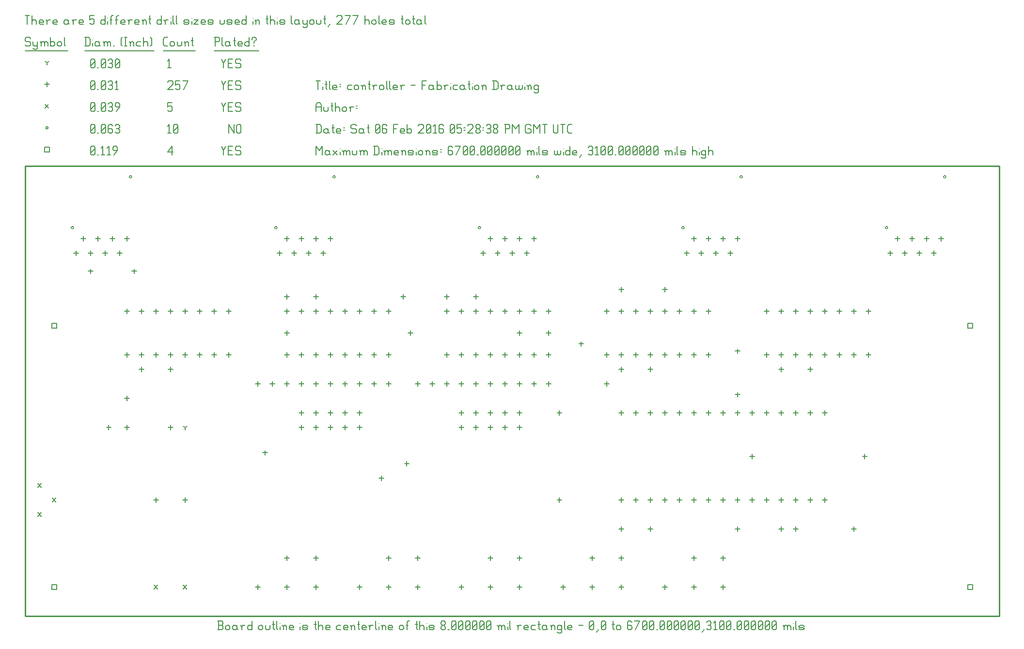
<source format=gbr>
G04 start of page 10 for group -3984 idx -3984 *
G04 Title: controller, fab *
G04 Creator: pcb 20140316 *
G04 CreationDate: Sat 06 Feb 2016 05:28:38 PM GMT UTC *
G04 For: rxdtxd *
G04 Format: Gerber/RS-274X *
G04 PCB-Dimensions (mil): 6700.00 3100.00 *
G04 PCB-Coordinate-Origin: lower left *
%MOIN*%
%FSLAX25Y25*%
%LNFAB*%
%ADD68C,0.0100*%
%ADD67C,0.0075*%
%ADD66C,0.0060*%
%ADD65C,0.0080*%
G54D65*X18400Y201600D02*X21600D01*
X18400D02*Y198400D01*
X21600D01*
Y201600D02*Y198400D01*
X18400Y21600D02*X21600D01*
X18400D02*Y18400D01*
X21600D01*
Y21600D02*Y18400D01*
X648400Y201600D02*X651600D01*
X648400D02*Y198400D01*
X651600D01*
Y201600D02*Y198400D01*
X648400Y21600D02*X651600D01*
X648400D02*Y18400D01*
X651600D01*
Y21600D02*Y18400D01*
X13400Y322850D02*X16600D01*
X13400D02*Y319650D01*
X16600D01*
Y322850D02*Y319650D01*
G54D66*X135000Y323500D02*X136500Y320500D01*
X138000Y323500D01*
X136500Y320500D02*Y317500D01*
X139800Y320800D02*X142050D01*
X139800Y317500D02*X142800D01*
X139800Y323500D02*Y317500D01*
Y323500D02*X142800D01*
X147600D02*X148350Y322750D01*
X145350Y323500D02*X147600D01*
X144600Y322750D02*X145350Y323500D01*
X144600Y322750D02*Y321250D01*
X145350Y320500D01*
X147600D01*
X148350Y319750D01*
Y318250D01*
X147600Y317500D02*X148350Y318250D01*
X145350Y317500D02*X147600D01*
X144600Y318250D02*X145350Y317500D01*
X98000Y319750D02*X101000Y323500D01*
X98000Y319750D02*X101750D01*
X101000Y323500D02*Y317500D01*
X45000Y318250D02*X45750Y317500D01*
X45000Y322750D02*Y318250D01*
Y322750D02*X45750Y323500D01*
X47250D01*
X48000Y322750D01*
Y318250D01*
X47250Y317500D02*X48000Y318250D01*
X45750Y317500D02*X47250D01*
X45000Y319000D02*X48000Y322000D01*
X49800Y317500D02*X50550D01*
X52350Y322300D02*X53550Y323500D01*
Y317500D01*
X52350D02*X54600D01*
X56400Y322300D02*X57600Y323500D01*
Y317500D01*
X56400D02*X58650D01*
X61200D02*X63450Y320500D01*
Y322750D02*Y320500D01*
X62700Y323500D02*X63450Y322750D01*
X61200Y323500D02*X62700D01*
X60450Y322750D02*X61200Y323500D01*
X60450Y322750D02*Y321250D01*
X61200Y320500D01*
X63450D01*
X211700Y302500D02*G75*G03X213300Y302500I800J0D01*G01*
G75*G03X211700Y302500I-800J0D01*G01*
X171700Y267500D02*G75*G03X173300Y267500I800J0D01*G01*
G75*G03X171700Y267500I-800J0D01*G01*
X351700Y302500D02*G75*G03X353300Y302500I800J0D01*G01*
G75*G03X351700Y302500I-800J0D01*G01*
X311700Y267500D02*G75*G03X313300Y267500I800J0D01*G01*
G75*G03X311700Y267500I-800J0D01*G01*
X491700Y302500D02*G75*G03X493300Y302500I800J0D01*G01*
G75*G03X491700Y302500I-800J0D01*G01*
X451700Y267500D02*G75*G03X453300Y267500I800J0D01*G01*
G75*G03X451700Y267500I-800J0D01*G01*
X631700Y302500D02*G75*G03X633300Y302500I800J0D01*G01*
G75*G03X631700Y302500I-800J0D01*G01*
X591700Y267500D02*G75*G03X593300Y267500I800J0D01*G01*
G75*G03X591700Y267500I-800J0D01*G01*
X71700Y302500D02*G75*G03X73300Y302500I800J0D01*G01*
G75*G03X71700Y302500I-800J0D01*G01*
X31700Y267500D02*G75*G03X33300Y267500I800J0D01*G01*
G75*G03X31700Y267500I-800J0D01*G01*
X14200Y336250D02*G75*G03X15800Y336250I800J0D01*G01*
G75*G03X14200Y336250I-800J0D01*G01*
X140000Y338500D02*Y332500D01*
Y338500D02*X143750Y332500D01*
Y338500D02*Y332500D01*
X145550Y337750D02*Y333250D01*
Y337750D02*X146300Y338500D01*
X147800D01*
X148550Y337750D01*
Y333250D01*
X147800Y332500D02*X148550Y333250D01*
X146300Y332500D02*X147800D01*
X145550Y333250D02*X146300Y332500D01*
X98000Y337300D02*X99200Y338500D01*
Y332500D01*
X98000D02*X100250D01*
X102050Y333250D02*X102800Y332500D01*
X102050Y337750D02*Y333250D01*
Y337750D02*X102800Y338500D01*
X104300D01*
X105050Y337750D01*
Y333250D01*
X104300Y332500D02*X105050Y333250D01*
X102800Y332500D02*X104300D01*
X102050Y334000D02*X105050Y337000D01*
X45000Y333250D02*X45750Y332500D01*
X45000Y337750D02*Y333250D01*
Y337750D02*X45750Y338500D01*
X47250D01*
X48000Y337750D01*
Y333250D01*
X47250Y332500D02*X48000Y333250D01*
X45750Y332500D02*X47250D01*
X45000Y334000D02*X48000Y337000D01*
X49800Y332500D02*X50550D01*
X52350Y333250D02*X53100Y332500D01*
X52350Y337750D02*Y333250D01*
Y337750D02*X53100Y338500D01*
X54600D01*
X55350Y337750D01*
Y333250D01*
X54600Y332500D02*X55350Y333250D01*
X53100Y332500D02*X54600D01*
X52350Y334000D02*X55350Y337000D01*
X59400Y338500D02*X60150Y337750D01*
X57900Y338500D02*X59400D01*
X57150Y337750D02*X57900Y338500D01*
X57150Y337750D02*Y333250D01*
X57900Y332500D01*
X59400Y335800D02*X60150Y335050D01*
X57150Y335800D02*X59400D01*
X57900Y332500D02*X59400D01*
X60150Y333250D01*
Y335050D02*Y333250D01*
X61950Y337750D02*X62700Y338500D01*
X64200D01*
X64950Y337750D01*
X64200Y332500D02*X64950Y333250D01*
X62700Y332500D02*X64200D01*
X61950Y333250D02*X62700Y332500D01*
Y335800D02*X64200D01*
X64950Y337750D02*Y336550D01*
Y335050D02*Y333250D01*
Y335050D02*X64200Y335800D01*
X64950Y336550D02*X64200Y335800D01*
X88800Y21200D02*X91200Y18800D01*
X88800D02*X91200Y21200D01*
X108800D02*X111200Y18800D01*
X108800D02*X111200Y21200D01*
X8800Y71200D02*X11200Y68800D01*
X8800D02*X11200Y71200D01*
X18800Y81200D02*X21200Y78800D01*
X18800D02*X21200Y81200D01*
X8800Y91200D02*X11200Y88800D01*
X8800D02*X11200Y91200D01*
X13800Y352450D02*X16200Y350050D01*
X13800D02*X16200Y352450D01*
X135000Y353500D02*X136500Y350500D01*
X138000Y353500D01*
X136500Y350500D02*Y347500D01*
X139800Y350800D02*X142050D01*
X139800Y347500D02*X142800D01*
X139800Y353500D02*Y347500D01*
Y353500D02*X142800D01*
X147600D02*X148350Y352750D01*
X145350Y353500D02*X147600D01*
X144600Y352750D02*X145350Y353500D01*
X144600Y352750D02*Y351250D01*
X145350Y350500D01*
X147600D01*
X148350Y349750D01*
Y348250D01*
X147600Y347500D02*X148350Y348250D01*
X145350Y347500D02*X147600D01*
X144600Y348250D02*X145350Y347500D01*
X98000Y353500D02*X101000D01*
X98000D02*Y350500D01*
X98750Y351250D01*
X100250D01*
X101000Y350500D01*
Y348250D01*
X100250Y347500D02*X101000Y348250D01*
X98750Y347500D02*X100250D01*
X98000Y348250D02*X98750Y347500D01*
X45000Y348250D02*X45750Y347500D01*
X45000Y352750D02*Y348250D01*
Y352750D02*X45750Y353500D01*
X47250D01*
X48000Y352750D01*
Y348250D01*
X47250Y347500D02*X48000Y348250D01*
X45750Y347500D02*X47250D01*
X45000Y349000D02*X48000Y352000D01*
X49800Y347500D02*X50550D01*
X52350Y348250D02*X53100Y347500D01*
X52350Y352750D02*Y348250D01*
Y352750D02*X53100Y353500D01*
X54600D01*
X55350Y352750D01*
Y348250D01*
X54600Y347500D02*X55350Y348250D01*
X53100Y347500D02*X54600D01*
X52350Y349000D02*X55350Y352000D01*
X57150Y352750D02*X57900Y353500D01*
X59400D01*
X60150Y352750D01*
X59400Y347500D02*X60150Y348250D01*
X57900Y347500D02*X59400D01*
X57150Y348250D02*X57900Y347500D01*
Y350800D02*X59400D01*
X60150Y352750D02*Y351550D01*
Y350050D02*Y348250D01*
Y350050D02*X59400Y350800D01*
X60150Y351550D02*X59400Y350800D01*
X62700Y347500D02*X64950Y350500D01*
Y352750D02*Y350500D01*
X64200Y353500D02*X64950Y352750D01*
X62700Y353500D02*X64200D01*
X61950Y352750D02*X62700Y353500D01*
X61950Y352750D02*Y351250D01*
X62700Y350500D01*
X64950D01*
X180000Y181600D02*Y178400D01*
X178400Y180000D02*X181600D01*
X190000Y181600D02*Y178400D01*
X188400Y180000D02*X191600D01*
X200000Y181600D02*Y178400D01*
X198400Y180000D02*X201600D01*
X210000Y181600D02*Y178400D01*
X208400Y180000D02*X211600D01*
X220000Y181600D02*Y178400D01*
X218400Y180000D02*X221600D01*
X230000Y181600D02*Y178400D01*
X228400Y180000D02*X231600D01*
X240000Y181600D02*Y178400D01*
X238400Y180000D02*X241600D01*
X250000Y181600D02*Y178400D01*
X248400Y180000D02*X251600D01*
X250000Y211600D02*Y208400D01*
X248400Y210000D02*X251600D01*
X240000Y211600D02*Y208400D01*
X238400Y210000D02*X241600D01*
X230000Y211600D02*Y208400D01*
X228400Y210000D02*X231600D01*
X220000Y211600D02*Y208400D01*
X218400Y210000D02*X221600D01*
X210000Y211600D02*Y208400D01*
X208400Y210000D02*X211600D01*
X200000Y211600D02*Y208400D01*
X198400Y210000D02*X201600D01*
X190000Y211600D02*Y208400D01*
X188400Y210000D02*X191600D01*
X180000Y211600D02*Y208400D01*
X178400Y210000D02*X181600D01*
X70000Y131600D02*Y128400D01*
X68400Y130000D02*X71600D01*
X70000Y151600D02*Y148400D01*
X68400Y150000D02*X71600D01*
X290000Y181600D02*Y178400D01*
X288400Y180000D02*X291600D01*
X300000Y181600D02*Y178400D01*
X298400Y180000D02*X301600D01*
X310000Y181600D02*Y178400D01*
X308400Y180000D02*X311600D01*
X320000Y181600D02*Y178400D01*
X318400Y180000D02*X321600D01*
X330000Y181600D02*Y178400D01*
X328400Y180000D02*X331600D01*
X340000Y181600D02*Y178400D01*
X338400Y180000D02*X341600D01*
X350000Y181600D02*Y178400D01*
X348400Y180000D02*X351600D01*
X360000Y181600D02*Y178400D01*
X358400Y180000D02*X361600D01*
X360000Y211600D02*Y208400D01*
X358400Y210000D02*X361600D01*
X350000Y211600D02*Y208400D01*
X348400Y210000D02*X351600D01*
X340000Y211600D02*Y208400D01*
X338400Y210000D02*X341600D01*
X330000Y211600D02*Y208400D01*
X328400Y210000D02*X331600D01*
X320000Y211600D02*Y208400D01*
X318400Y210000D02*X321600D01*
X310000Y211600D02*Y208400D01*
X308400Y210000D02*X311600D01*
X300000Y211600D02*Y208400D01*
X298400Y210000D02*X301600D01*
X290000Y211600D02*Y208400D01*
X288400Y210000D02*X291600D01*
X530000Y61600D02*Y58400D01*
X528400Y60000D02*X531600D01*
X570000Y61600D02*Y58400D01*
X568400Y60000D02*X571600D01*
X180000Y41600D02*Y38400D01*
X178400Y40000D02*X181600D01*
X200000Y41600D02*Y38400D01*
X198400Y40000D02*X201600D01*
X250000Y41600D02*Y38400D01*
X248400Y40000D02*X251600D01*
X270000Y41600D02*Y38400D01*
X268400Y40000D02*X271600D01*
X390000Y41600D02*Y38400D01*
X388400Y40000D02*X391600D01*
X410000Y41600D02*Y38400D01*
X408400Y40000D02*X411600D01*
X320000Y41600D02*Y38400D01*
X318400Y40000D02*X321600D01*
X340000Y41600D02*Y38400D01*
X338400Y40000D02*X341600D01*
X460000Y41600D02*Y38400D01*
X458400Y40000D02*X461600D01*
X480000Y41600D02*Y38400D01*
X478400Y40000D02*X481600D01*
X270000Y21600D02*Y18400D01*
X268400Y20000D02*X271600D01*
X250000Y21600D02*Y18400D01*
X248400Y20000D02*X251600D01*
X230000Y21600D02*Y18400D01*
X228400Y20000D02*X231600D01*
X340000Y21600D02*Y18400D01*
X338400Y20000D02*X341600D01*
X320000Y21600D02*Y18400D01*
X318400Y20000D02*X321600D01*
X300000Y21600D02*Y18400D01*
X298400Y20000D02*X301600D01*
X410000Y21600D02*Y18400D01*
X408400Y20000D02*X411600D01*
X390000Y21600D02*Y18400D01*
X388400Y20000D02*X391600D01*
X370000Y21600D02*Y18400D01*
X368400Y20000D02*X371600D01*
X480000Y21600D02*Y18400D01*
X478400Y20000D02*X481600D01*
X460000Y21600D02*Y18400D01*
X458400Y20000D02*X461600D01*
X440000Y21600D02*Y18400D01*
X438400Y20000D02*X441600D01*
X90000Y81600D02*Y78400D01*
X88400Y80000D02*X91600D01*
X110000Y81600D02*Y78400D01*
X108400Y80000D02*X111600D01*
X430000Y171600D02*Y168400D01*
X428400Y170000D02*X431600D01*
X410000Y171600D02*Y168400D01*
X408400Y170000D02*X411600D01*
X400000Y181600D02*Y178400D01*
X398400Y180000D02*X401600D01*
X410000Y181600D02*Y178400D01*
X408400Y180000D02*X411600D01*
X420000Y181600D02*Y178400D01*
X418400Y180000D02*X421600D01*
X430000Y181600D02*Y178400D01*
X428400Y180000D02*X431600D01*
X440000Y181600D02*Y178400D01*
X438400Y180000D02*X441600D01*
X450000Y181600D02*Y178400D01*
X448400Y180000D02*X451600D01*
X460000Y181600D02*Y178400D01*
X458400Y180000D02*X461600D01*
X470000Y181600D02*Y178400D01*
X468400Y180000D02*X471600D01*
X470000Y211600D02*Y208400D01*
X468400Y210000D02*X471600D01*
X460000Y211600D02*Y208400D01*
X458400Y210000D02*X461600D01*
X450000Y211600D02*Y208400D01*
X448400Y210000D02*X451600D01*
X440000Y211600D02*Y208400D01*
X438400Y210000D02*X441600D01*
X430000Y211600D02*Y208400D01*
X428400Y210000D02*X431600D01*
X420000Y211600D02*Y208400D01*
X418400Y210000D02*X421600D01*
X410000Y211600D02*Y208400D01*
X408400Y210000D02*X411600D01*
X400000Y211600D02*Y208400D01*
X398400Y210000D02*X401600D01*
X540000Y171600D02*Y168400D01*
X538400Y170000D02*X541600D01*
X520000Y171600D02*Y168400D01*
X518400Y170000D02*X521600D01*
X510000Y181600D02*Y178400D01*
X508400Y180000D02*X511600D01*
X520000Y181600D02*Y178400D01*
X518400Y180000D02*X521600D01*
X530000Y181600D02*Y178400D01*
X528400Y180000D02*X531600D01*
X540000Y181600D02*Y178400D01*
X538400Y180000D02*X541600D01*
X550000Y181600D02*Y178400D01*
X548400Y180000D02*X551600D01*
X560000Y181600D02*Y178400D01*
X558400Y180000D02*X561600D01*
X570000Y181600D02*Y178400D01*
X568400Y180000D02*X571600D01*
X580000Y181600D02*Y178400D01*
X578400Y180000D02*X581600D01*
X580000Y211600D02*Y208400D01*
X578400Y210000D02*X581600D01*
X570000Y211600D02*Y208400D01*
X568400Y210000D02*X571600D01*
X560000Y211600D02*Y208400D01*
X558400Y210000D02*X561600D01*
X550000Y211600D02*Y208400D01*
X548400Y210000D02*X551600D01*
X540000Y211600D02*Y208400D01*
X538400Y210000D02*X541600D01*
X530000Y211600D02*Y208400D01*
X528400Y210000D02*X531600D01*
X520000Y211600D02*Y208400D01*
X518400Y210000D02*X521600D01*
X510000Y211600D02*Y208400D01*
X508400Y210000D02*X511600D01*
X290000Y221600D02*Y218400D01*
X288400Y220000D02*X291600D01*
X310000Y221600D02*Y218400D01*
X308400Y220000D02*X311600D01*
X180000Y221600D02*Y218400D01*
X178400Y220000D02*X181600D01*
X200000Y221600D02*Y218400D01*
X198400Y220000D02*X201600D01*
X100000Y171600D02*Y168400D01*
X98400Y170000D02*X101600D01*
X80000Y171600D02*Y168400D01*
X78400Y170000D02*X81600D01*
X430000Y61600D02*Y58400D01*
X428400Y60000D02*X431600D01*
X410000Y61600D02*Y58400D01*
X408400Y60000D02*X411600D01*
X550000Y141600D02*Y138400D01*
X548400Y140000D02*X551600D01*
X540000Y141600D02*Y138400D01*
X538400Y140000D02*X541600D01*
X530000Y141600D02*Y138400D01*
X528400Y140000D02*X531600D01*
X520000Y141600D02*Y138400D01*
X518400Y140000D02*X521600D01*
X510000Y141600D02*Y138400D01*
X508400Y140000D02*X511600D01*
X500000Y141600D02*Y138400D01*
X498400Y140000D02*X501600D01*
X490000Y141600D02*Y138400D01*
X488400Y140000D02*X491600D01*
X480000Y141600D02*Y138400D01*
X478400Y140000D02*X481600D01*
X470000Y141600D02*Y138400D01*
X468400Y140000D02*X471600D01*
X460000Y141600D02*Y138400D01*
X458400Y140000D02*X461600D01*
X450000Y141600D02*Y138400D01*
X448400Y140000D02*X451600D01*
X440000Y141600D02*Y138400D01*
X438400Y140000D02*X441600D01*
X430000Y141600D02*Y138400D01*
X428400Y140000D02*X431600D01*
X420000Y141600D02*Y138400D01*
X418400Y140000D02*X421600D01*
X410000Y141600D02*Y138400D01*
X408400Y140000D02*X411600D01*
X410000Y81600D02*Y78400D01*
X408400Y80000D02*X411600D01*
X420000Y81600D02*Y78400D01*
X418400Y80000D02*X421600D01*
X430000Y81600D02*Y78400D01*
X428400Y80000D02*X431600D01*
X440000Y81600D02*Y78400D01*
X438400Y80000D02*X441600D01*
X450000Y81600D02*Y78400D01*
X448400Y80000D02*X451600D01*
X460000Y81600D02*Y78400D01*
X458400Y80000D02*X461600D01*
X470000Y81600D02*Y78400D01*
X468400Y80000D02*X471600D01*
X480000Y81600D02*Y78400D01*
X478400Y80000D02*X481600D01*
X490000Y81600D02*Y78400D01*
X488400Y80000D02*X491600D01*
X500000Y81600D02*Y78400D01*
X498400Y80000D02*X501600D01*
X510000Y81600D02*Y78400D01*
X508400Y80000D02*X511600D01*
X520000Y81600D02*Y78400D01*
X518400Y80000D02*X521600D01*
X530000Y81600D02*Y78400D01*
X528400Y80000D02*X531600D01*
X540000Y81600D02*Y78400D01*
X538400Y80000D02*X541600D01*
X550000Y81600D02*Y78400D01*
X548400Y80000D02*X551600D01*
X340000Y141600D02*Y138400D01*
X338400Y140000D02*X341600D01*
X340000Y131600D02*Y128400D01*
X338400Y130000D02*X341600D01*
X310000Y141600D02*Y138400D01*
X308400Y140000D02*X311600D01*
X310000Y131600D02*Y128400D01*
X308400Y130000D02*X311600D01*
X300000Y141600D02*Y138400D01*
X298400Y140000D02*X301600D01*
X300000Y131600D02*Y128400D01*
X298400Y130000D02*X301600D01*
X320000Y141600D02*Y138400D01*
X318400Y140000D02*X321600D01*
X320000Y131600D02*Y128400D01*
X318400Y130000D02*X321600D01*
X330000Y141600D02*Y138400D01*
X328400Y140000D02*X331600D01*
X330000Y131600D02*Y128400D01*
X328400Y130000D02*X331600D01*
X360000Y161600D02*Y158400D01*
X358400Y160000D02*X361600D01*
X350000Y161600D02*Y158400D01*
X348400Y160000D02*X351600D01*
X340000Y161600D02*Y158400D01*
X338400Y160000D02*X341600D01*
X330000Y161600D02*Y158400D01*
X328400Y160000D02*X331600D01*
X320000Y161600D02*Y158400D01*
X318400Y160000D02*X321600D01*
X310000Y161600D02*Y158400D01*
X308400Y160000D02*X311600D01*
X300000Y161600D02*Y158400D01*
X298400Y160000D02*X301600D01*
X290000Y161600D02*Y158400D01*
X288400Y160000D02*X291600D01*
X280000Y161600D02*Y158400D01*
X278400Y160000D02*X281600D01*
X270000Y161600D02*Y158400D01*
X268400Y160000D02*X271600D01*
X230000Y141600D02*Y138400D01*
X228400Y140000D02*X231600D01*
X230000Y131600D02*Y128400D01*
X228400Y130000D02*X231600D01*
X220000Y141600D02*Y138400D01*
X218400Y140000D02*X221600D01*
X220000Y131600D02*Y128400D01*
X218400Y130000D02*X221600D01*
X210000Y141600D02*Y138400D01*
X208400Y140000D02*X211600D01*
X210000Y131600D02*Y128400D01*
X208400Y130000D02*X211600D01*
X190000Y141600D02*Y138400D01*
X188400Y140000D02*X191600D01*
X190000Y131600D02*Y128400D01*
X188400Y130000D02*X191600D01*
X200000Y141600D02*Y138400D01*
X198400Y140000D02*X201600D01*
X200000Y131600D02*Y128400D01*
X198400Y130000D02*X201600D01*
X250000Y161600D02*Y158400D01*
X248400Y160000D02*X251600D01*
X240000Y161600D02*Y158400D01*
X238400Y160000D02*X241600D01*
X230000Y161600D02*Y158400D01*
X228400Y160000D02*X231600D01*
X220000Y161600D02*Y158400D01*
X218400Y160000D02*X221600D01*
X210000Y161600D02*Y158400D01*
X208400Y160000D02*X211600D01*
X200000Y161600D02*Y158400D01*
X198400Y160000D02*X201600D01*
X190000Y161600D02*Y158400D01*
X188400Y160000D02*X191600D01*
X180000Y161600D02*Y158400D01*
X178400Y160000D02*X181600D01*
X170000Y161600D02*Y158400D01*
X168400Y160000D02*X171600D01*
X160000Y161600D02*Y158400D01*
X158400Y160000D02*X161600D01*
X70000Y181600D02*Y178400D01*
X68400Y180000D02*X71600D01*
X80000Y181600D02*Y178400D01*
X78400Y180000D02*X81600D01*
X90000Y181600D02*Y178400D01*
X88400Y180000D02*X91600D01*
X100000Y181600D02*Y178400D01*
X98400Y180000D02*X101600D01*
X110000Y181600D02*Y178400D01*
X108400Y180000D02*X111600D01*
X120000Y181600D02*Y178400D01*
X118400Y180000D02*X121600D01*
X130000Y181600D02*Y178400D01*
X128400Y180000D02*X131600D01*
X140000Y181600D02*Y178400D01*
X138400Y180000D02*X141600D01*
X140000Y211600D02*Y208400D01*
X138400Y210000D02*X141600D01*
X130000Y211600D02*Y208400D01*
X128400Y210000D02*X131600D01*
X120000Y211600D02*Y208400D01*
X118400Y210000D02*X121600D01*
X110000Y211600D02*Y208400D01*
X108400Y210000D02*X111600D01*
X100000Y211600D02*Y208400D01*
X98400Y210000D02*X101600D01*
X90000Y211600D02*Y208400D01*
X88400Y210000D02*X91600D01*
X80000Y211600D02*Y208400D01*
X78400Y210000D02*X81600D01*
X70000Y211600D02*Y208400D01*
X68400Y210000D02*X71600D01*
X200000Y21600D02*Y18400D01*
X198400Y20000D02*X201600D01*
X180000Y21600D02*Y18400D01*
X178400Y20000D02*X181600D01*
X160000Y21600D02*Y18400D01*
X158400Y20000D02*X161600D01*
X210000Y261600D02*Y258400D01*
X208400Y260000D02*X211600D01*
X205000Y251600D02*Y248400D01*
X203400Y250000D02*X206600D01*
X200000Y261600D02*Y258400D01*
X198400Y260000D02*X201600D01*
X195000Y251600D02*Y248400D01*
X193400Y250000D02*X196600D01*
X190000Y261600D02*Y258400D01*
X188400Y260000D02*X191600D01*
X185000Y251600D02*Y248400D01*
X183400Y250000D02*X186600D01*
X180000Y261600D02*Y258400D01*
X178400Y260000D02*X181600D01*
X175000Y251600D02*Y248400D01*
X173400Y250000D02*X176600D01*
X350000Y261600D02*Y258400D01*
X348400Y260000D02*X351600D01*
X345000Y251600D02*Y248400D01*
X343400Y250000D02*X346600D01*
X340000Y261600D02*Y258400D01*
X338400Y260000D02*X341600D01*
X335000Y251600D02*Y248400D01*
X333400Y250000D02*X336600D01*
X330000Y261600D02*Y258400D01*
X328400Y260000D02*X331600D01*
X325000Y251600D02*Y248400D01*
X323400Y250000D02*X326600D01*
X320000Y261600D02*Y258400D01*
X318400Y260000D02*X321600D01*
X315000Y251600D02*Y248400D01*
X313400Y250000D02*X316600D01*
X490000Y261600D02*Y258400D01*
X488400Y260000D02*X491600D01*
X485000Y251600D02*Y248400D01*
X483400Y250000D02*X486600D01*
X480000Y261600D02*Y258400D01*
X478400Y260000D02*X481600D01*
X475000Y251600D02*Y248400D01*
X473400Y250000D02*X476600D01*
X470000Y261600D02*Y258400D01*
X468400Y260000D02*X471600D01*
X465000Y251600D02*Y248400D01*
X463400Y250000D02*X466600D01*
X460000Y261600D02*Y258400D01*
X458400Y260000D02*X461600D01*
X455000Y251600D02*Y248400D01*
X453400Y250000D02*X456600D01*
X630000Y261600D02*Y258400D01*
X628400Y260000D02*X631600D01*
X625000Y251600D02*Y248400D01*
X623400Y250000D02*X626600D01*
X620000Y261600D02*Y258400D01*
X618400Y260000D02*X621600D01*
X615000Y251600D02*Y248400D01*
X613400Y250000D02*X616600D01*
X610000Y261600D02*Y258400D01*
X608400Y260000D02*X611600D01*
X605000Y251600D02*Y248400D01*
X603400Y250000D02*X606600D01*
X600000Y261600D02*Y258400D01*
X598400Y260000D02*X601600D01*
X595000Y251600D02*Y248400D01*
X593400Y250000D02*X596600D01*
X70000Y261600D02*Y258400D01*
X68400Y260000D02*X71600D01*
X65000Y251600D02*Y248400D01*
X63400Y250000D02*X66600D01*
X60000Y261600D02*Y258400D01*
X58400Y260000D02*X61600D01*
X55000Y251600D02*Y248400D01*
X53400Y250000D02*X56600D01*
X50000Y261600D02*Y258400D01*
X48400Y260000D02*X51600D01*
X45000Y251600D02*Y248400D01*
X43400Y250000D02*X46600D01*
X40000Y261600D02*Y258400D01*
X38400Y260000D02*X41600D01*
X35000Y251600D02*Y248400D01*
X33400Y250000D02*X36600D01*
X100000Y131600D02*Y128400D01*
X98400Y130000D02*X101600D01*
X490000Y61600D02*Y58400D01*
X488400Y60000D02*X491600D01*
X520000Y61600D02*Y58400D01*
X518400Y60000D02*X521600D01*
X245000Y96600D02*Y93400D01*
X243400Y95000D02*X246600D01*
X262500Y106600D02*Y103400D01*
X260900Y105000D02*X264100D01*
X165000Y114100D02*Y110900D01*
X163400Y112500D02*X166600D01*
X180000Y196600D02*Y193400D01*
X178400Y195000D02*X181600D01*
X367500Y81600D02*Y78400D01*
X365900Y80000D02*X369100D01*
X360000Y196600D02*Y193400D01*
X358400Y195000D02*X361600D01*
X400000Y161600D02*Y158400D01*
X398400Y160000D02*X401600D01*
X410000Y226600D02*Y223400D01*
X408400Y225000D02*X411600D01*
X490000Y154100D02*Y150900D01*
X488400Y152500D02*X491600D01*
X490000Y184100D02*Y180900D01*
X488400Y182500D02*X491600D01*
X57500Y131600D02*Y128400D01*
X55900Y130000D02*X59100D01*
X260000Y221600D02*Y218400D01*
X258400Y220000D02*X261600D01*
X265000Y196600D02*Y193400D01*
X263400Y195000D02*X266600D01*
X340000Y196600D02*Y193400D01*
X338400Y195000D02*X341600D01*
X382500Y189100D02*Y185900D01*
X380900Y187500D02*X384100D01*
X577500Y111600D02*Y108400D01*
X575900Y110000D02*X579100D01*
X500000Y111600D02*Y108400D01*
X498400Y110000D02*X501600D01*
X367500Y141600D02*Y138400D01*
X365900Y140000D02*X369100D01*
X45000Y239100D02*Y235900D01*
X43400Y237500D02*X46600D01*
X440000Y226600D02*Y223400D01*
X438400Y225000D02*X441600D01*
X75000Y239100D02*Y235900D01*
X73400Y237500D02*X76600D01*
X15000Y367850D02*Y364650D01*
X13400Y366250D02*X16600D01*
X135000Y368500D02*X136500Y365500D01*
X138000Y368500D01*
X136500Y365500D02*Y362500D01*
X139800Y365800D02*X142050D01*
X139800Y362500D02*X142800D01*
X139800Y368500D02*Y362500D01*
Y368500D02*X142800D01*
X147600D02*X148350Y367750D01*
X145350Y368500D02*X147600D01*
X144600Y367750D02*X145350Y368500D01*
X144600Y367750D02*Y366250D01*
X145350Y365500D01*
X147600D01*
X148350Y364750D01*
Y363250D01*
X147600Y362500D02*X148350Y363250D01*
X145350Y362500D02*X147600D01*
X144600Y363250D02*X145350Y362500D01*
X98000Y367750D02*X98750Y368500D01*
X101000D01*
X101750Y367750D01*
Y366250D01*
X98000Y362500D02*X101750Y366250D01*
X98000Y362500D02*X101750D01*
X103550Y368500D02*X106550D01*
X103550D02*Y365500D01*
X104300Y366250D01*
X105800D01*
X106550Y365500D01*
Y363250D01*
X105800Y362500D02*X106550Y363250D01*
X104300Y362500D02*X105800D01*
X103550Y363250D02*X104300Y362500D01*
X109100D02*X112100Y368500D01*
X108350D02*X112100D01*
X45000Y363250D02*X45750Y362500D01*
X45000Y367750D02*Y363250D01*
Y367750D02*X45750Y368500D01*
X47250D01*
X48000Y367750D01*
Y363250D01*
X47250Y362500D02*X48000Y363250D01*
X45750Y362500D02*X47250D01*
X45000Y364000D02*X48000Y367000D01*
X49800Y362500D02*X50550D01*
X52350Y363250D02*X53100Y362500D01*
X52350Y367750D02*Y363250D01*
Y367750D02*X53100Y368500D01*
X54600D01*
X55350Y367750D01*
Y363250D01*
X54600Y362500D02*X55350Y363250D01*
X53100Y362500D02*X54600D01*
X52350Y364000D02*X55350Y367000D01*
X57150Y367750D02*X57900Y368500D01*
X59400D01*
X60150Y367750D01*
X59400Y362500D02*X60150Y363250D01*
X57900Y362500D02*X59400D01*
X57150Y363250D02*X57900Y362500D01*
Y365800D02*X59400D01*
X60150Y367750D02*Y366550D01*
Y365050D02*Y363250D01*
Y365050D02*X59400Y365800D01*
X60150Y366550D02*X59400Y365800D01*
X61950Y367300D02*X63150Y368500D01*
Y362500D01*
X61950D02*X64200D01*
X110000Y130000D02*Y128400D01*
Y130000D02*X111387Y130800D01*
X110000Y130000D02*X108613Y130800D01*
X15000Y381250D02*Y379650D01*
Y381250D02*X16387Y382050D01*
X15000Y381250D02*X13613Y382050D01*
X135000Y383500D02*X136500Y380500D01*
X138000Y383500D01*
X136500Y380500D02*Y377500D01*
X139800Y380800D02*X142050D01*
X139800Y377500D02*X142800D01*
X139800Y383500D02*Y377500D01*
Y383500D02*X142800D01*
X147600D02*X148350Y382750D01*
X145350Y383500D02*X147600D01*
X144600Y382750D02*X145350Y383500D01*
X144600Y382750D02*Y381250D01*
X145350Y380500D01*
X147600D01*
X148350Y379750D01*
Y378250D01*
X147600Y377500D02*X148350Y378250D01*
X145350Y377500D02*X147600D01*
X144600Y378250D02*X145350Y377500D01*
X98000Y382300D02*X99200Y383500D01*
Y377500D01*
X98000D02*X100250D01*
X45000Y378250D02*X45750Y377500D01*
X45000Y382750D02*Y378250D01*
Y382750D02*X45750Y383500D01*
X47250D01*
X48000Y382750D01*
Y378250D01*
X47250Y377500D02*X48000Y378250D01*
X45750Y377500D02*X47250D01*
X45000Y379000D02*X48000Y382000D01*
X49800Y377500D02*X50550D01*
X52350Y378250D02*X53100Y377500D01*
X52350Y382750D02*Y378250D01*
Y382750D02*X53100Y383500D01*
X54600D01*
X55350Y382750D01*
Y378250D01*
X54600Y377500D02*X55350Y378250D01*
X53100Y377500D02*X54600D01*
X52350Y379000D02*X55350Y382000D01*
X57150Y382750D02*X57900Y383500D01*
X59400D01*
X60150Y382750D01*
X59400Y377500D02*X60150Y378250D01*
X57900Y377500D02*X59400D01*
X57150Y378250D02*X57900Y377500D01*
Y380800D02*X59400D01*
X60150Y382750D02*Y381550D01*
Y380050D02*Y378250D01*
Y380050D02*X59400Y380800D01*
X60150Y381550D02*X59400Y380800D01*
X61950Y378250D02*X62700Y377500D01*
X61950Y382750D02*Y378250D01*
Y382750D02*X62700Y383500D01*
X64200D01*
X64950Y382750D01*
Y378250D01*
X64200Y377500D02*X64950Y378250D01*
X62700Y377500D02*X64200D01*
X61950Y379000D02*X64950Y382000D01*
X3000Y398500D02*X3750Y397750D01*
X750Y398500D02*X3000D01*
X0Y397750D02*X750Y398500D01*
X0Y397750D02*Y396250D01*
X750Y395500D01*
X3000D01*
X3750Y394750D01*
Y393250D01*
X3000Y392500D02*X3750Y393250D01*
X750Y392500D02*X3000D01*
X0Y393250D02*X750Y392500D01*
X5550Y395500D02*Y393250D01*
X6300Y392500D01*
X8550Y395500D02*Y391000D01*
X7800Y390250D02*X8550Y391000D01*
X6300Y390250D02*X7800D01*
X5550Y391000D02*X6300Y390250D01*
Y392500D02*X7800D01*
X8550Y393250D01*
X11100Y394750D02*Y392500D01*
Y394750D02*X11850Y395500D01*
X12600D01*
X13350Y394750D01*
Y392500D01*
Y394750D02*X14100Y395500D01*
X14850D01*
X15600Y394750D01*
Y392500D01*
X10350Y395500D02*X11100Y394750D01*
X17400Y398500D02*Y392500D01*
Y393250D02*X18150Y392500D01*
X19650D01*
X20400Y393250D01*
Y394750D02*Y393250D01*
X19650Y395500D02*X20400Y394750D01*
X18150Y395500D02*X19650D01*
X17400Y394750D02*X18150Y395500D01*
X22200Y394750D02*Y393250D01*
Y394750D02*X22950Y395500D01*
X24450D01*
X25200Y394750D01*
Y393250D01*
X24450Y392500D02*X25200Y393250D01*
X22950Y392500D02*X24450D01*
X22200Y393250D02*X22950Y392500D01*
X27000Y398500D02*Y393250D01*
X27750Y392500D01*
X0Y389250D02*X29250D01*
X41750Y398500D02*Y392500D01*
X43700Y398500D02*X44750Y397450D01*
Y393550D01*
X43700Y392500D02*X44750Y393550D01*
X41000Y392500D02*X43700D01*
X41000Y398500D02*X43700D01*
G54D67*X46550Y397000D02*Y396850D01*
G54D66*Y394750D02*Y392500D01*
X50300Y395500D02*X51050Y394750D01*
X48800Y395500D02*X50300D01*
X48050Y394750D02*X48800Y395500D01*
X48050Y394750D02*Y393250D01*
X48800Y392500D01*
X51050Y395500D02*Y393250D01*
X51800Y392500D01*
X48800D02*X50300D01*
X51050Y393250D01*
X54350Y394750D02*Y392500D01*
Y394750D02*X55100Y395500D01*
X55850D01*
X56600Y394750D01*
Y392500D01*
Y394750D02*X57350Y395500D01*
X58100D01*
X58850Y394750D01*
Y392500D01*
X53600Y395500D02*X54350Y394750D01*
X60650Y392500D02*X61400D01*
X65900Y393250D02*X66650Y392500D01*
X65900Y397750D02*X66650Y398500D01*
X65900Y397750D02*Y393250D01*
X68450Y398500D02*X69950D01*
X69200D02*Y392500D01*
X68450D02*X69950D01*
X72500Y394750D02*Y392500D01*
Y394750D02*X73250Y395500D01*
X74000D01*
X74750Y394750D01*
Y392500D01*
X71750Y395500D02*X72500Y394750D01*
X77300Y395500D02*X79550D01*
X76550Y394750D02*X77300Y395500D01*
X76550Y394750D02*Y393250D01*
X77300Y392500D01*
X79550D01*
X81350Y398500D02*Y392500D01*
Y394750D02*X82100Y395500D01*
X83600D01*
X84350Y394750D01*
Y392500D01*
X86150Y398500D02*X86900Y397750D01*
Y393250D01*
X86150Y392500D02*X86900Y393250D01*
X41000Y389250D02*X88700D01*
X96050Y392500D02*X98000D01*
X95000Y393550D02*X96050Y392500D01*
X95000Y397450D02*Y393550D01*
Y397450D02*X96050Y398500D01*
X98000D01*
X99800Y394750D02*Y393250D01*
Y394750D02*X100550Y395500D01*
X102050D01*
X102800Y394750D01*
Y393250D01*
X102050Y392500D02*X102800Y393250D01*
X100550Y392500D02*X102050D01*
X99800Y393250D02*X100550Y392500D01*
X104600Y395500D02*Y393250D01*
X105350Y392500D01*
X106850D01*
X107600Y393250D01*
Y395500D02*Y393250D01*
X110150Y394750D02*Y392500D01*
Y394750D02*X110900Y395500D01*
X111650D01*
X112400Y394750D01*
Y392500D01*
X109400Y395500D02*X110150Y394750D01*
X114950Y398500D02*Y393250D01*
X115700Y392500D01*
X114200Y396250D02*X115700D01*
X95000Y389250D02*X117200D01*
X130750Y398500D02*Y392500D01*
X130000Y398500D02*X133000D01*
X133750Y397750D01*
Y396250D01*
X133000Y395500D02*X133750Y396250D01*
X130750Y395500D02*X133000D01*
X135550Y398500D02*Y393250D01*
X136300Y392500D01*
X140050Y395500D02*X140800Y394750D01*
X138550Y395500D02*X140050D01*
X137800Y394750D02*X138550Y395500D01*
X137800Y394750D02*Y393250D01*
X138550Y392500D01*
X140800Y395500D02*Y393250D01*
X141550Y392500D01*
X138550D02*X140050D01*
X140800Y393250D01*
X144100Y398500D02*Y393250D01*
X144850Y392500D01*
X143350Y396250D02*X144850D01*
X147100Y392500D02*X149350D01*
X146350Y393250D02*X147100Y392500D01*
X146350Y394750D02*Y393250D01*
Y394750D02*X147100Y395500D01*
X148600D01*
X149350Y394750D01*
X146350Y394000D02*X149350D01*
Y394750D02*Y394000D01*
X154150Y398500D02*Y392500D01*
X153400D02*X154150Y393250D01*
X151900Y392500D02*X153400D01*
X151150Y393250D02*X151900Y392500D01*
X151150Y394750D02*Y393250D01*
Y394750D02*X151900Y395500D01*
X153400D01*
X154150Y394750D01*
X157450Y395500D02*Y394750D01*
Y393250D02*Y392500D01*
X155950Y397750D02*Y397000D01*
Y397750D02*X156700Y398500D01*
X158200D01*
X158950Y397750D01*
Y397000D01*
X157450Y395500D02*X158950Y397000D01*
X130000Y389250D02*X160750D01*
X0Y413500D02*X3000D01*
X1500D02*Y407500D01*
X4800Y413500D02*Y407500D01*
Y409750D02*X5550Y410500D01*
X7050D01*
X7800Y409750D01*
Y407500D01*
X10350D02*X12600D01*
X9600Y408250D02*X10350Y407500D01*
X9600Y409750D02*Y408250D01*
Y409750D02*X10350Y410500D01*
X11850D01*
X12600Y409750D01*
X9600Y409000D02*X12600D01*
Y409750D02*Y409000D01*
X15150Y409750D02*Y407500D01*
Y409750D02*X15900Y410500D01*
X17400D01*
X14400D02*X15150Y409750D01*
X19950Y407500D02*X22200D01*
X19200Y408250D02*X19950Y407500D01*
X19200Y409750D02*Y408250D01*
Y409750D02*X19950Y410500D01*
X21450D01*
X22200Y409750D01*
X19200Y409000D02*X22200D01*
Y409750D02*Y409000D01*
X28950Y410500D02*X29700Y409750D01*
X27450Y410500D02*X28950D01*
X26700Y409750D02*X27450Y410500D01*
X26700Y409750D02*Y408250D01*
X27450Y407500D01*
X29700Y410500D02*Y408250D01*
X30450Y407500D01*
X27450D02*X28950D01*
X29700Y408250D01*
X33000Y409750D02*Y407500D01*
Y409750D02*X33750Y410500D01*
X35250D01*
X32250D02*X33000Y409750D01*
X37800Y407500D02*X40050D01*
X37050Y408250D02*X37800Y407500D01*
X37050Y409750D02*Y408250D01*
Y409750D02*X37800Y410500D01*
X39300D01*
X40050Y409750D01*
X37050Y409000D02*X40050D01*
Y409750D02*Y409000D01*
X44550Y413500D02*X47550D01*
X44550D02*Y410500D01*
X45300Y411250D01*
X46800D01*
X47550Y410500D01*
Y408250D01*
X46800Y407500D02*X47550Y408250D01*
X45300Y407500D02*X46800D01*
X44550Y408250D02*X45300Y407500D01*
X55050Y413500D02*Y407500D01*
X54300D02*X55050Y408250D01*
X52800Y407500D02*X54300D01*
X52050Y408250D02*X52800Y407500D01*
X52050Y409750D02*Y408250D01*
Y409750D02*X52800Y410500D01*
X54300D01*
X55050Y409750D01*
G54D67*X56850Y412000D02*Y411850D01*
G54D66*Y409750D02*Y407500D01*
X59100Y412750D02*Y407500D01*
Y412750D02*X59850Y413500D01*
X60600D01*
X58350Y410500D02*X59850D01*
X62850Y412750D02*Y407500D01*
Y412750D02*X63600Y413500D01*
X64350D01*
X62100Y410500D02*X63600D01*
X66600Y407500D02*X68850D01*
X65850Y408250D02*X66600Y407500D01*
X65850Y409750D02*Y408250D01*
Y409750D02*X66600Y410500D01*
X68100D01*
X68850Y409750D01*
X65850Y409000D02*X68850D01*
Y409750D02*Y409000D01*
X71400Y409750D02*Y407500D01*
Y409750D02*X72150Y410500D01*
X73650D01*
X70650D02*X71400Y409750D01*
X76200Y407500D02*X78450D01*
X75450Y408250D02*X76200Y407500D01*
X75450Y409750D02*Y408250D01*
Y409750D02*X76200Y410500D01*
X77700D01*
X78450Y409750D01*
X75450Y409000D02*X78450D01*
Y409750D02*Y409000D01*
X81000Y409750D02*Y407500D01*
Y409750D02*X81750Y410500D01*
X82500D01*
X83250Y409750D01*
Y407500D01*
X80250Y410500D02*X81000Y409750D01*
X85800Y413500D02*Y408250D01*
X86550Y407500D01*
X85050Y411250D02*X86550D01*
X93750Y413500D02*Y407500D01*
X93000D02*X93750Y408250D01*
X91500Y407500D02*X93000D01*
X90750Y408250D02*X91500Y407500D01*
X90750Y409750D02*Y408250D01*
Y409750D02*X91500Y410500D01*
X93000D01*
X93750Y409750D01*
X96300D02*Y407500D01*
Y409750D02*X97050Y410500D01*
X98550D01*
X95550D02*X96300Y409750D01*
G54D67*X100350Y412000D02*Y411850D01*
G54D66*Y409750D02*Y407500D01*
X101850Y413500D02*Y408250D01*
X102600Y407500D01*
X104100Y413500D02*Y408250D01*
X104850Y407500D01*
X109800D02*X112050D01*
X112800Y408250D01*
X112050Y409000D02*X112800Y408250D01*
X109800Y409000D02*X112050D01*
X109050Y409750D02*X109800Y409000D01*
X109050Y409750D02*X109800Y410500D01*
X112050D01*
X112800Y409750D01*
X109050Y408250D02*X109800Y407500D01*
G54D67*X114600Y412000D02*Y411850D01*
G54D66*Y409750D02*Y407500D01*
X116100Y410500D02*X119100D01*
X116100Y407500D02*X119100Y410500D01*
X116100Y407500D02*X119100D01*
X121650D02*X123900D01*
X120900Y408250D02*X121650Y407500D01*
X120900Y409750D02*Y408250D01*
Y409750D02*X121650Y410500D01*
X123150D01*
X123900Y409750D01*
X120900Y409000D02*X123900D01*
Y409750D02*Y409000D01*
X126450Y407500D02*X128700D01*
X129450Y408250D01*
X128700Y409000D02*X129450Y408250D01*
X126450Y409000D02*X128700D01*
X125700Y409750D02*X126450Y409000D01*
X125700Y409750D02*X126450Y410500D01*
X128700D01*
X129450Y409750D01*
X125700Y408250D02*X126450Y407500D01*
X133950Y410500D02*Y408250D01*
X134700Y407500D01*
X136200D01*
X136950Y408250D01*
Y410500D02*Y408250D01*
X139500Y407500D02*X141750D01*
X142500Y408250D01*
X141750Y409000D02*X142500Y408250D01*
X139500Y409000D02*X141750D01*
X138750Y409750D02*X139500Y409000D01*
X138750Y409750D02*X139500Y410500D01*
X141750D01*
X142500Y409750D01*
X138750Y408250D02*X139500Y407500D01*
X145050D02*X147300D01*
X144300Y408250D02*X145050Y407500D01*
X144300Y409750D02*Y408250D01*
Y409750D02*X145050Y410500D01*
X146550D01*
X147300Y409750D01*
X144300Y409000D02*X147300D01*
Y409750D02*Y409000D01*
X152100Y413500D02*Y407500D01*
X151350D02*X152100Y408250D01*
X149850Y407500D02*X151350D01*
X149100Y408250D02*X149850Y407500D01*
X149100Y409750D02*Y408250D01*
Y409750D02*X149850Y410500D01*
X151350D01*
X152100Y409750D01*
G54D67*X156600Y412000D02*Y411850D01*
G54D66*Y409750D02*Y407500D01*
X158850Y409750D02*Y407500D01*
Y409750D02*X159600Y410500D01*
X160350D01*
X161100Y409750D01*
Y407500D01*
X158100Y410500D02*X158850Y409750D01*
X166350Y413500D02*Y408250D01*
X167100Y407500D01*
X165600Y411250D02*X167100D01*
X168600Y413500D02*Y407500D01*
Y409750D02*X169350Y410500D01*
X170850D01*
X171600Y409750D01*
Y407500D01*
G54D67*X173400Y412000D02*Y411850D01*
G54D66*Y409750D02*Y407500D01*
X175650D02*X177900D01*
X178650Y408250D01*
X177900Y409000D02*X178650Y408250D01*
X175650Y409000D02*X177900D01*
X174900Y409750D02*X175650Y409000D01*
X174900Y409750D02*X175650Y410500D01*
X177900D01*
X178650Y409750D01*
X174900Y408250D02*X175650Y407500D01*
X183150Y413500D02*Y408250D01*
X183900Y407500D01*
X187650Y410500D02*X188400Y409750D01*
X186150Y410500D02*X187650D01*
X185400Y409750D02*X186150Y410500D01*
X185400Y409750D02*Y408250D01*
X186150Y407500D01*
X188400Y410500D02*Y408250D01*
X189150Y407500D01*
X186150D02*X187650D01*
X188400Y408250D01*
X190950Y410500D02*Y408250D01*
X191700Y407500D01*
X193950Y410500D02*Y406000D01*
X193200Y405250D02*X193950Y406000D01*
X191700Y405250D02*X193200D01*
X190950Y406000D02*X191700Y405250D01*
Y407500D02*X193200D01*
X193950Y408250D01*
X195750Y409750D02*Y408250D01*
Y409750D02*X196500Y410500D01*
X198000D01*
X198750Y409750D01*
Y408250D01*
X198000Y407500D02*X198750Y408250D01*
X196500Y407500D02*X198000D01*
X195750Y408250D02*X196500Y407500D01*
X200550Y410500D02*Y408250D01*
X201300Y407500D01*
X202800D01*
X203550Y408250D01*
Y410500D02*Y408250D01*
X206100Y413500D02*Y408250D01*
X206850Y407500D01*
X205350Y411250D02*X206850D01*
X208350Y406000D02*X209850Y407500D01*
X214350Y412750D02*X215100Y413500D01*
X217350D01*
X218100Y412750D01*
Y411250D01*
X214350Y407500D02*X218100Y411250D01*
X214350Y407500D02*X218100D01*
X220650D02*X223650Y413500D01*
X219900D02*X223650D01*
X226200Y407500D02*X229200Y413500D01*
X225450D02*X229200D01*
X233700D02*Y407500D01*
Y409750D02*X234450Y410500D01*
X235950D01*
X236700Y409750D01*
Y407500D01*
X238500Y409750D02*Y408250D01*
Y409750D02*X239250Y410500D01*
X240750D01*
X241500Y409750D01*
Y408250D01*
X240750Y407500D02*X241500Y408250D01*
X239250Y407500D02*X240750D01*
X238500Y408250D02*X239250Y407500D01*
X243300Y413500D02*Y408250D01*
X244050Y407500D01*
X246300D02*X248550D01*
X245550Y408250D02*X246300Y407500D01*
X245550Y409750D02*Y408250D01*
Y409750D02*X246300Y410500D01*
X247800D01*
X248550Y409750D01*
X245550Y409000D02*X248550D01*
Y409750D02*Y409000D01*
X251100Y407500D02*X253350D01*
X254100Y408250D01*
X253350Y409000D02*X254100Y408250D01*
X251100Y409000D02*X253350D01*
X250350Y409750D02*X251100Y409000D01*
X250350Y409750D02*X251100Y410500D01*
X253350D01*
X254100Y409750D01*
X250350Y408250D02*X251100Y407500D01*
X259350Y413500D02*Y408250D01*
X260100Y407500D01*
X258600Y411250D02*X260100D01*
X261600Y409750D02*Y408250D01*
Y409750D02*X262350Y410500D01*
X263850D01*
X264600Y409750D01*
Y408250D01*
X263850Y407500D02*X264600Y408250D01*
X262350Y407500D02*X263850D01*
X261600Y408250D02*X262350Y407500D01*
X267150Y413500D02*Y408250D01*
X267900Y407500D01*
X266400Y411250D02*X267900D01*
X271650Y410500D02*X272400Y409750D01*
X270150Y410500D02*X271650D01*
X269400Y409750D02*X270150Y410500D01*
X269400Y409750D02*Y408250D01*
X270150Y407500D01*
X272400Y410500D02*Y408250D01*
X273150Y407500D01*
X270150D02*X271650D01*
X272400Y408250D01*
X274950Y413500D02*Y408250D01*
X275700Y407500D01*
G54D68*X0Y310000D02*X670000D01*
X0D02*Y0D01*
X670000Y310000D02*Y0D01*
X0D02*X670000D01*
G54D66*X200000Y323500D02*Y317500D01*
Y323500D02*X202250Y320500D01*
X204500Y323500D01*
Y317500D01*
X208550Y320500D02*X209300Y319750D01*
X207050Y320500D02*X208550D01*
X206300Y319750D02*X207050Y320500D01*
X206300Y319750D02*Y318250D01*
X207050Y317500D01*
X209300Y320500D02*Y318250D01*
X210050Y317500D01*
X207050D02*X208550D01*
X209300Y318250D01*
X211850Y320500D02*X214850Y317500D01*
X211850D02*X214850Y320500D01*
G54D67*X216650Y322000D02*Y321850D01*
G54D66*Y319750D02*Y317500D01*
X218900Y319750D02*Y317500D01*
Y319750D02*X219650Y320500D01*
X220400D01*
X221150Y319750D01*
Y317500D01*
Y319750D02*X221900Y320500D01*
X222650D01*
X223400Y319750D01*
Y317500D01*
X218150Y320500D02*X218900Y319750D01*
X225200Y320500D02*Y318250D01*
X225950Y317500D01*
X227450D01*
X228200Y318250D01*
Y320500D02*Y318250D01*
X230750Y319750D02*Y317500D01*
Y319750D02*X231500Y320500D01*
X232250D01*
X233000Y319750D01*
Y317500D01*
Y319750D02*X233750Y320500D01*
X234500D01*
X235250Y319750D01*
Y317500D01*
X230000Y320500D02*X230750Y319750D01*
X240500Y323500D02*Y317500D01*
X242450Y323500D02*X243500Y322450D01*
Y318550D01*
X242450Y317500D02*X243500Y318550D01*
X239750Y317500D02*X242450D01*
X239750Y323500D02*X242450D01*
G54D67*X245300Y322000D02*Y321850D01*
G54D66*Y319750D02*Y317500D01*
X247550Y319750D02*Y317500D01*
Y319750D02*X248300Y320500D01*
X249050D01*
X249800Y319750D01*
Y317500D01*
Y319750D02*X250550Y320500D01*
X251300D01*
X252050Y319750D01*
Y317500D01*
X246800Y320500D02*X247550Y319750D01*
X254600Y317500D02*X256850D01*
X253850Y318250D02*X254600Y317500D01*
X253850Y319750D02*Y318250D01*
Y319750D02*X254600Y320500D01*
X256100D01*
X256850Y319750D01*
X253850Y319000D02*X256850D01*
Y319750D02*Y319000D01*
X259400Y319750D02*Y317500D01*
Y319750D02*X260150Y320500D01*
X260900D01*
X261650Y319750D01*
Y317500D01*
X258650Y320500D02*X259400Y319750D01*
X264200Y317500D02*X266450D01*
X267200Y318250D01*
X266450Y319000D02*X267200Y318250D01*
X264200Y319000D02*X266450D01*
X263450Y319750D02*X264200Y319000D01*
X263450Y319750D02*X264200Y320500D01*
X266450D01*
X267200Y319750D01*
X263450Y318250D02*X264200Y317500D01*
G54D67*X269000Y322000D02*Y321850D01*
G54D66*Y319750D02*Y317500D01*
X270500Y319750D02*Y318250D01*
Y319750D02*X271250Y320500D01*
X272750D01*
X273500Y319750D01*
Y318250D01*
X272750Y317500D02*X273500Y318250D01*
X271250Y317500D02*X272750D01*
X270500Y318250D02*X271250Y317500D01*
X276050Y319750D02*Y317500D01*
Y319750D02*X276800Y320500D01*
X277550D01*
X278300Y319750D01*
Y317500D01*
X275300Y320500D02*X276050Y319750D01*
X280850Y317500D02*X283100D01*
X283850Y318250D01*
X283100Y319000D02*X283850Y318250D01*
X280850Y319000D02*X283100D01*
X280100Y319750D02*X280850Y319000D01*
X280100Y319750D02*X280850Y320500D01*
X283100D01*
X283850Y319750D01*
X280100Y318250D02*X280850Y317500D01*
X285650Y321250D02*X286400D01*
X285650Y319750D02*X286400D01*
X293150Y323500D02*X293900Y322750D01*
X291650Y323500D02*X293150D01*
X290900Y322750D02*X291650Y323500D01*
X290900Y322750D02*Y318250D01*
X291650Y317500D01*
X293150Y320800D02*X293900Y320050D01*
X290900Y320800D02*X293150D01*
X291650Y317500D02*X293150D01*
X293900Y318250D01*
Y320050D02*Y318250D01*
X296450Y317500D02*X299450Y323500D01*
X295700D02*X299450D01*
X301250Y318250D02*X302000Y317500D01*
X301250Y322750D02*Y318250D01*
Y322750D02*X302000Y323500D01*
X303500D01*
X304250Y322750D01*
Y318250D01*
X303500Y317500D02*X304250Y318250D01*
X302000Y317500D02*X303500D01*
X301250Y319000D02*X304250Y322000D01*
X306050Y318250D02*X306800Y317500D01*
X306050Y322750D02*Y318250D01*
Y322750D02*X306800Y323500D01*
X308300D01*
X309050Y322750D01*
Y318250D01*
X308300Y317500D02*X309050Y318250D01*
X306800Y317500D02*X308300D01*
X306050Y319000D02*X309050Y322000D01*
X310850Y317500D02*X311600D01*
X313400Y318250D02*X314150Y317500D01*
X313400Y322750D02*Y318250D01*
Y322750D02*X314150Y323500D01*
X315650D01*
X316400Y322750D01*
Y318250D01*
X315650Y317500D02*X316400Y318250D01*
X314150Y317500D02*X315650D01*
X313400Y319000D02*X316400Y322000D01*
X318200Y318250D02*X318950Y317500D01*
X318200Y322750D02*Y318250D01*
Y322750D02*X318950Y323500D01*
X320450D01*
X321200Y322750D01*
Y318250D01*
X320450Y317500D02*X321200Y318250D01*
X318950Y317500D02*X320450D01*
X318200Y319000D02*X321200Y322000D01*
X323000Y318250D02*X323750Y317500D01*
X323000Y322750D02*Y318250D01*
Y322750D02*X323750Y323500D01*
X325250D01*
X326000Y322750D01*
Y318250D01*
X325250Y317500D02*X326000Y318250D01*
X323750Y317500D02*X325250D01*
X323000Y319000D02*X326000Y322000D01*
X327800Y318250D02*X328550Y317500D01*
X327800Y322750D02*Y318250D01*
Y322750D02*X328550Y323500D01*
X330050D01*
X330800Y322750D01*
Y318250D01*
X330050Y317500D02*X330800Y318250D01*
X328550Y317500D02*X330050D01*
X327800Y319000D02*X330800Y322000D01*
X332600Y318250D02*X333350Y317500D01*
X332600Y322750D02*Y318250D01*
Y322750D02*X333350Y323500D01*
X334850D01*
X335600Y322750D01*
Y318250D01*
X334850Y317500D02*X335600Y318250D01*
X333350Y317500D02*X334850D01*
X332600Y319000D02*X335600Y322000D01*
X337400Y318250D02*X338150Y317500D01*
X337400Y322750D02*Y318250D01*
Y322750D02*X338150Y323500D01*
X339650D01*
X340400Y322750D01*
Y318250D01*
X339650Y317500D02*X340400Y318250D01*
X338150Y317500D02*X339650D01*
X337400Y319000D02*X340400Y322000D01*
X345650Y319750D02*Y317500D01*
Y319750D02*X346400Y320500D01*
X347150D01*
X347900Y319750D01*
Y317500D01*
Y319750D02*X348650Y320500D01*
X349400D01*
X350150Y319750D01*
Y317500D01*
X344900Y320500D02*X345650Y319750D01*
G54D67*X351950Y322000D02*Y321850D01*
G54D66*Y319750D02*Y317500D01*
X353450Y323500D02*Y318250D01*
X354200Y317500D01*
X356450D02*X358700D01*
X359450Y318250D01*
X358700Y319000D02*X359450Y318250D01*
X356450Y319000D02*X358700D01*
X355700Y319750D02*X356450Y319000D01*
X355700Y319750D02*X356450Y320500D01*
X358700D01*
X359450Y319750D01*
X355700Y318250D02*X356450Y317500D01*
X363950Y320500D02*Y318250D01*
X364700Y317500D01*
X365450D01*
X366200Y318250D01*
Y320500D02*Y318250D01*
X366950Y317500D01*
X367700D01*
X368450Y318250D01*
Y320500D02*Y318250D01*
G54D67*X370250Y322000D02*Y321850D01*
G54D66*Y319750D02*Y317500D01*
X374750Y323500D02*Y317500D01*
X374000D02*X374750Y318250D01*
X372500Y317500D02*X374000D01*
X371750Y318250D02*X372500Y317500D01*
X371750Y319750D02*Y318250D01*
Y319750D02*X372500Y320500D01*
X374000D01*
X374750Y319750D01*
X377300Y317500D02*X379550D01*
X376550Y318250D02*X377300Y317500D01*
X376550Y319750D02*Y318250D01*
Y319750D02*X377300Y320500D01*
X378800D01*
X379550Y319750D01*
X376550Y319000D02*X379550D01*
Y319750D02*Y319000D01*
X381350Y316000D02*X382850Y317500D01*
X387350Y322750D02*X388100Y323500D01*
X389600D01*
X390350Y322750D01*
X389600Y317500D02*X390350Y318250D01*
X388100Y317500D02*X389600D01*
X387350Y318250D02*X388100Y317500D01*
Y320800D02*X389600D01*
X390350Y322750D02*Y321550D01*
Y320050D02*Y318250D01*
Y320050D02*X389600Y320800D01*
X390350Y321550D02*X389600Y320800D01*
X392150Y322300D02*X393350Y323500D01*
Y317500D01*
X392150D02*X394400D01*
X396200Y318250D02*X396950Y317500D01*
X396200Y322750D02*Y318250D01*
Y322750D02*X396950Y323500D01*
X398450D01*
X399200Y322750D01*
Y318250D01*
X398450Y317500D02*X399200Y318250D01*
X396950Y317500D02*X398450D01*
X396200Y319000D02*X399200Y322000D01*
X401000Y318250D02*X401750Y317500D01*
X401000Y322750D02*Y318250D01*
Y322750D02*X401750Y323500D01*
X403250D01*
X404000Y322750D01*
Y318250D01*
X403250Y317500D02*X404000Y318250D01*
X401750Y317500D02*X403250D01*
X401000Y319000D02*X404000Y322000D01*
X405800Y317500D02*X406550D01*
X408350Y318250D02*X409100Y317500D01*
X408350Y322750D02*Y318250D01*
Y322750D02*X409100Y323500D01*
X410600D01*
X411350Y322750D01*
Y318250D01*
X410600Y317500D02*X411350Y318250D01*
X409100Y317500D02*X410600D01*
X408350Y319000D02*X411350Y322000D01*
X413150Y318250D02*X413900Y317500D01*
X413150Y322750D02*Y318250D01*
Y322750D02*X413900Y323500D01*
X415400D01*
X416150Y322750D01*
Y318250D01*
X415400Y317500D02*X416150Y318250D01*
X413900Y317500D02*X415400D01*
X413150Y319000D02*X416150Y322000D01*
X417950Y318250D02*X418700Y317500D01*
X417950Y322750D02*Y318250D01*
Y322750D02*X418700Y323500D01*
X420200D01*
X420950Y322750D01*
Y318250D01*
X420200Y317500D02*X420950Y318250D01*
X418700Y317500D02*X420200D01*
X417950Y319000D02*X420950Y322000D01*
X422750Y318250D02*X423500Y317500D01*
X422750Y322750D02*Y318250D01*
Y322750D02*X423500Y323500D01*
X425000D01*
X425750Y322750D01*
Y318250D01*
X425000Y317500D02*X425750Y318250D01*
X423500Y317500D02*X425000D01*
X422750Y319000D02*X425750Y322000D01*
X427550Y318250D02*X428300Y317500D01*
X427550Y322750D02*Y318250D01*
Y322750D02*X428300Y323500D01*
X429800D01*
X430550Y322750D01*
Y318250D01*
X429800Y317500D02*X430550Y318250D01*
X428300Y317500D02*X429800D01*
X427550Y319000D02*X430550Y322000D01*
X432350Y318250D02*X433100Y317500D01*
X432350Y322750D02*Y318250D01*
Y322750D02*X433100Y323500D01*
X434600D01*
X435350Y322750D01*
Y318250D01*
X434600Y317500D02*X435350Y318250D01*
X433100Y317500D02*X434600D01*
X432350Y319000D02*X435350Y322000D01*
X440600Y319750D02*Y317500D01*
Y319750D02*X441350Y320500D01*
X442100D01*
X442850Y319750D01*
Y317500D01*
Y319750D02*X443600Y320500D01*
X444350D01*
X445100Y319750D01*
Y317500D01*
X439850Y320500D02*X440600Y319750D01*
G54D67*X446900Y322000D02*Y321850D01*
G54D66*Y319750D02*Y317500D01*
X448400Y323500D02*Y318250D01*
X449150Y317500D01*
X451400D02*X453650D01*
X454400Y318250D01*
X453650Y319000D02*X454400Y318250D01*
X451400Y319000D02*X453650D01*
X450650Y319750D02*X451400Y319000D01*
X450650Y319750D02*X451400Y320500D01*
X453650D01*
X454400Y319750D01*
X450650Y318250D02*X451400Y317500D01*
X458900Y323500D02*Y317500D01*
Y319750D02*X459650Y320500D01*
X461150D01*
X461900Y319750D01*
Y317500D01*
G54D67*X463700Y322000D02*Y321850D01*
G54D66*Y319750D02*Y317500D01*
X467450Y320500D02*X468200Y319750D01*
X465950Y320500D02*X467450D01*
X465200Y319750D02*X465950Y320500D01*
X465200Y319750D02*Y318250D01*
X465950Y317500D01*
X467450D01*
X468200Y318250D01*
X465200Y316000D02*X465950Y315250D01*
X467450D01*
X468200Y316000D01*
Y320500D02*Y316000D01*
X470000Y323500D02*Y317500D01*
Y319750D02*X470750Y320500D01*
X472250D01*
X473000Y319750D01*
Y317500D01*
X132275Y-9500D02*X135275D01*
X136025Y-8750D01*
Y-6950D02*Y-8750D01*
X135275Y-6200D02*X136025Y-6950D01*
X133025Y-6200D02*X135275D01*
X133025Y-3500D02*Y-9500D01*
X132275Y-3500D02*X135275D01*
X136025Y-4250D01*
Y-5450D01*
X135275Y-6200D02*X136025Y-5450D01*
X137825Y-7250D02*Y-8750D01*
Y-7250D02*X138575Y-6500D01*
X140075D01*
X140825Y-7250D01*
Y-8750D01*
X140075Y-9500D02*X140825Y-8750D01*
X138575Y-9500D02*X140075D01*
X137825Y-8750D02*X138575Y-9500D01*
X144875Y-6500D02*X145625Y-7250D01*
X143375Y-6500D02*X144875D01*
X142625Y-7250D02*X143375Y-6500D01*
X142625Y-7250D02*Y-8750D01*
X143375Y-9500D01*
X145625Y-6500D02*Y-8750D01*
X146375Y-9500D01*
X143375D02*X144875D01*
X145625Y-8750D01*
X148925Y-7250D02*Y-9500D01*
Y-7250D02*X149675Y-6500D01*
X151175D01*
X148175D02*X148925Y-7250D01*
X155975Y-3500D02*Y-9500D01*
X155225D02*X155975Y-8750D01*
X153725Y-9500D02*X155225D01*
X152975Y-8750D02*X153725Y-9500D01*
X152975Y-7250D02*Y-8750D01*
Y-7250D02*X153725Y-6500D01*
X155225D01*
X155975Y-7250D01*
X160475D02*Y-8750D01*
Y-7250D02*X161225Y-6500D01*
X162725D01*
X163475Y-7250D01*
Y-8750D01*
X162725Y-9500D02*X163475Y-8750D01*
X161225Y-9500D02*X162725D01*
X160475Y-8750D02*X161225Y-9500D01*
X165275Y-6500D02*Y-8750D01*
X166025Y-9500D01*
X167525D01*
X168275Y-8750D01*
Y-6500D02*Y-8750D01*
X170825Y-3500D02*Y-8750D01*
X171575Y-9500D01*
X170075Y-5750D02*X171575D01*
X173075Y-3500D02*Y-8750D01*
X173825Y-9500D01*
G54D67*X175325Y-5000D02*Y-5150D01*
G54D66*Y-7250D02*Y-9500D01*
X177575Y-7250D02*Y-9500D01*
Y-7250D02*X178325Y-6500D01*
X179075D01*
X179825Y-7250D01*
Y-9500D01*
X176825Y-6500D02*X177575Y-7250D01*
X182375Y-9500D02*X184625D01*
X181625Y-8750D02*X182375Y-9500D01*
X181625Y-7250D02*Y-8750D01*
Y-7250D02*X182375Y-6500D01*
X183875D01*
X184625Y-7250D01*
X181625Y-8000D02*X184625D01*
Y-7250D02*Y-8000D01*
G54D67*X189125Y-5000D02*Y-5150D01*
G54D66*Y-7250D02*Y-9500D01*
X191375D02*X193625D01*
X194375Y-8750D01*
X193625Y-8000D02*X194375Y-8750D01*
X191375Y-8000D02*X193625D01*
X190625Y-7250D02*X191375Y-8000D01*
X190625Y-7250D02*X191375Y-6500D01*
X193625D01*
X194375Y-7250D01*
X190625Y-8750D02*X191375Y-9500D01*
X199625Y-3500D02*Y-8750D01*
X200375Y-9500D01*
X198875Y-5750D02*X200375D01*
X201875Y-3500D02*Y-9500D01*
Y-7250D02*X202625Y-6500D01*
X204125D01*
X204875Y-7250D01*
Y-9500D01*
X207425D02*X209675D01*
X206675Y-8750D02*X207425Y-9500D01*
X206675Y-7250D02*Y-8750D01*
Y-7250D02*X207425Y-6500D01*
X208925D01*
X209675Y-7250D01*
X206675Y-8000D02*X209675D01*
Y-7250D02*Y-8000D01*
X214925Y-6500D02*X217175D01*
X214175Y-7250D02*X214925Y-6500D01*
X214175Y-7250D02*Y-8750D01*
X214925Y-9500D01*
X217175D01*
X219725D02*X221975D01*
X218975Y-8750D02*X219725Y-9500D01*
X218975Y-7250D02*Y-8750D01*
Y-7250D02*X219725Y-6500D01*
X221225D01*
X221975Y-7250D01*
X218975Y-8000D02*X221975D01*
Y-7250D02*Y-8000D01*
X224525Y-7250D02*Y-9500D01*
Y-7250D02*X225275Y-6500D01*
X226025D01*
X226775Y-7250D01*
Y-9500D01*
X223775Y-6500D02*X224525Y-7250D01*
X229325Y-3500D02*Y-8750D01*
X230075Y-9500D01*
X228575Y-5750D02*X230075D01*
X232325Y-9500D02*X234575D01*
X231575Y-8750D02*X232325Y-9500D01*
X231575Y-7250D02*Y-8750D01*
Y-7250D02*X232325Y-6500D01*
X233825D01*
X234575Y-7250D01*
X231575Y-8000D02*X234575D01*
Y-7250D02*Y-8000D01*
X237125Y-7250D02*Y-9500D01*
Y-7250D02*X237875Y-6500D01*
X239375D01*
X236375D02*X237125Y-7250D01*
X241175Y-3500D02*Y-8750D01*
X241925Y-9500D01*
G54D67*X243425Y-5000D02*Y-5150D01*
G54D66*Y-7250D02*Y-9500D01*
X245675Y-7250D02*Y-9500D01*
Y-7250D02*X246425Y-6500D01*
X247175D01*
X247925Y-7250D01*
Y-9500D01*
X244925Y-6500D02*X245675Y-7250D01*
X250475Y-9500D02*X252725D01*
X249725Y-8750D02*X250475Y-9500D01*
X249725Y-7250D02*Y-8750D01*
Y-7250D02*X250475Y-6500D01*
X251975D01*
X252725Y-7250D01*
X249725Y-8000D02*X252725D01*
Y-7250D02*Y-8000D01*
X257225Y-7250D02*Y-8750D01*
Y-7250D02*X257975Y-6500D01*
X259475D01*
X260225Y-7250D01*
Y-8750D01*
X259475Y-9500D02*X260225Y-8750D01*
X257975Y-9500D02*X259475D01*
X257225Y-8750D02*X257975Y-9500D01*
X262775Y-4250D02*Y-9500D01*
Y-4250D02*X263525Y-3500D01*
X264275D01*
X262025Y-6500D02*X263525D01*
X269225Y-3500D02*Y-8750D01*
X269975Y-9500D01*
X268475Y-5750D02*X269975D01*
X271475Y-3500D02*Y-9500D01*
Y-7250D02*X272225Y-6500D01*
X273725D01*
X274475Y-7250D01*
Y-9500D01*
G54D67*X276275Y-5000D02*Y-5150D01*
G54D66*Y-7250D02*Y-9500D01*
X278525D02*X280775D01*
X281525Y-8750D01*
X280775Y-8000D02*X281525Y-8750D01*
X278525Y-8000D02*X280775D01*
X277775Y-7250D02*X278525Y-8000D01*
X277775Y-7250D02*X278525Y-6500D01*
X280775D01*
X281525Y-7250D01*
X277775Y-8750D02*X278525Y-9500D01*
X286025Y-8750D02*X286775Y-9500D01*
X286025Y-7550D02*Y-8750D01*
Y-7550D02*X287075Y-6500D01*
X287975D01*
X289025Y-7550D01*
Y-8750D01*
X288275Y-9500D02*X289025Y-8750D01*
X286775Y-9500D02*X288275D01*
X286025Y-5450D02*X287075Y-6500D01*
X286025Y-4250D02*Y-5450D01*
Y-4250D02*X286775Y-3500D01*
X288275D01*
X289025Y-4250D01*
Y-5450D01*
X287975Y-6500D02*X289025Y-5450D01*
X290825Y-9500D02*X291575D01*
X293375Y-8750D02*X294125Y-9500D01*
X293375Y-4250D02*Y-8750D01*
Y-4250D02*X294125Y-3500D01*
X295625D01*
X296375Y-4250D01*
Y-8750D01*
X295625Y-9500D02*X296375Y-8750D01*
X294125Y-9500D02*X295625D01*
X293375Y-8000D02*X296375Y-5000D01*
X298175Y-8750D02*X298925Y-9500D01*
X298175Y-4250D02*Y-8750D01*
Y-4250D02*X298925Y-3500D01*
X300425D01*
X301175Y-4250D01*
Y-8750D01*
X300425Y-9500D02*X301175Y-8750D01*
X298925Y-9500D02*X300425D01*
X298175Y-8000D02*X301175Y-5000D01*
X302975Y-8750D02*X303725Y-9500D01*
X302975Y-4250D02*Y-8750D01*
Y-4250D02*X303725Y-3500D01*
X305225D01*
X305975Y-4250D01*
Y-8750D01*
X305225Y-9500D02*X305975Y-8750D01*
X303725Y-9500D02*X305225D01*
X302975Y-8000D02*X305975Y-5000D01*
X307775Y-8750D02*X308525Y-9500D01*
X307775Y-4250D02*Y-8750D01*
Y-4250D02*X308525Y-3500D01*
X310025D01*
X310775Y-4250D01*
Y-8750D01*
X310025Y-9500D02*X310775Y-8750D01*
X308525Y-9500D02*X310025D01*
X307775Y-8000D02*X310775Y-5000D01*
X312575Y-8750D02*X313325Y-9500D01*
X312575Y-4250D02*Y-8750D01*
Y-4250D02*X313325Y-3500D01*
X314825D01*
X315575Y-4250D01*
Y-8750D01*
X314825Y-9500D02*X315575Y-8750D01*
X313325Y-9500D02*X314825D01*
X312575Y-8000D02*X315575Y-5000D01*
X317375Y-8750D02*X318125Y-9500D01*
X317375Y-4250D02*Y-8750D01*
Y-4250D02*X318125Y-3500D01*
X319625D01*
X320375Y-4250D01*
Y-8750D01*
X319625Y-9500D02*X320375Y-8750D01*
X318125Y-9500D02*X319625D01*
X317375Y-8000D02*X320375Y-5000D01*
X325625Y-7250D02*Y-9500D01*
Y-7250D02*X326375Y-6500D01*
X327125D01*
X327875Y-7250D01*
Y-9500D01*
Y-7250D02*X328625Y-6500D01*
X329375D01*
X330125Y-7250D01*
Y-9500D01*
X324875Y-6500D02*X325625Y-7250D01*
G54D67*X331925Y-5000D02*Y-5150D01*
G54D66*Y-7250D02*Y-9500D01*
X333425Y-3500D02*Y-8750D01*
X334175Y-9500D01*
X339125Y-7250D02*Y-9500D01*
Y-7250D02*X339875Y-6500D01*
X341375D01*
X338375D02*X339125Y-7250D01*
X343925Y-9500D02*X346175D01*
X343175Y-8750D02*X343925Y-9500D01*
X343175Y-7250D02*Y-8750D01*
Y-7250D02*X343925Y-6500D01*
X345425D01*
X346175Y-7250D01*
X343175Y-8000D02*X346175D01*
Y-7250D02*Y-8000D01*
X348725Y-6500D02*X350975D01*
X347975Y-7250D02*X348725Y-6500D01*
X347975Y-7250D02*Y-8750D01*
X348725Y-9500D01*
X350975D01*
X353525Y-3500D02*Y-8750D01*
X354275Y-9500D01*
X352775Y-5750D02*X354275D01*
X358025Y-6500D02*X358775Y-7250D01*
X356525Y-6500D02*X358025D01*
X355775Y-7250D02*X356525Y-6500D01*
X355775Y-7250D02*Y-8750D01*
X356525Y-9500D01*
X358775Y-6500D02*Y-8750D01*
X359525Y-9500D01*
X356525D02*X358025D01*
X358775Y-8750D01*
X362075Y-7250D02*Y-9500D01*
Y-7250D02*X362825Y-6500D01*
X363575D01*
X364325Y-7250D01*
Y-9500D01*
X361325Y-6500D02*X362075Y-7250D01*
X368375Y-6500D02*X369125Y-7250D01*
X366875Y-6500D02*X368375D01*
X366125Y-7250D02*X366875Y-6500D01*
X366125Y-7250D02*Y-8750D01*
X366875Y-9500D01*
X368375D01*
X369125Y-8750D01*
X366125Y-11000D02*X366875Y-11750D01*
X368375D01*
X369125Y-11000D01*
Y-6500D02*Y-11000D01*
X370925Y-3500D02*Y-8750D01*
X371675Y-9500D01*
X373925D02*X376175D01*
X373175Y-8750D02*X373925Y-9500D01*
X373175Y-7250D02*Y-8750D01*
Y-7250D02*X373925Y-6500D01*
X375425D01*
X376175Y-7250D01*
X373175Y-8000D02*X376175D01*
Y-7250D02*Y-8000D01*
X380675Y-6500D02*X383675D01*
X388175Y-8750D02*X388925Y-9500D01*
X388175Y-4250D02*Y-8750D01*
Y-4250D02*X388925Y-3500D01*
X390425D01*
X391175Y-4250D01*
Y-8750D01*
X390425Y-9500D02*X391175Y-8750D01*
X388925Y-9500D02*X390425D01*
X388175Y-8000D02*X391175Y-5000D01*
X392975Y-11000D02*X394475Y-9500D01*
X396275Y-8750D02*X397025Y-9500D01*
X396275Y-4250D02*Y-8750D01*
Y-4250D02*X397025Y-3500D01*
X398525D01*
X399275Y-4250D01*
Y-8750D01*
X398525Y-9500D02*X399275Y-8750D01*
X397025Y-9500D02*X398525D01*
X396275Y-8000D02*X399275Y-5000D01*
X404525Y-3500D02*Y-8750D01*
X405275Y-9500D01*
X403775Y-5750D02*X405275D01*
X406775Y-7250D02*Y-8750D01*
Y-7250D02*X407525Y-6500D01*
X409025D01*
X409775Y-7250D01*
Y-8750D01*
X409025Y-9500D02*X409775Y-8750D01*
X407525Y-9500D02*X409025D01*
X406775Y-8750D02*X407525Y-9500D01*
X416525Y-3500D02*X417275Y-4250D01*
X415025Y-3500D02*X416525D01*
X414275Y-4250D02*X415025Y-3500D01*
X414275Y-4250D02*Y-8750D01*
X415025Y-9500D01*
X416525Y-6200D02*X417275Y-6950D01*
X414275Y-6200D02*X416525D01*
X415025Y-9500D02*X416525D01*
X417275Y-8750D01*
Y-6950D02*Y-8750D01*
X419825Y-9500D02*X422825Y-3500D01*
X419075D02*X422825D01*
X424625Y-8750D02*X425375Y-9500D01*
X424625Y-4250D02*Y-8750D01*
Y-4250D02*X425375Y-3500D01*
X426875D01*
X427625Y-4250D01*
Y-8750D01*
X426875Y-9500D02*X427625Y-8750D01*
X425375Y-9500D02*X426875D01*
X424625Y-8000D02*X427625Y-5000D01*
X429425Y-8750D02*X430175Y-9500D01*
X429425Y-4250D02*Y-8750D01*
Y-4250D02*X430175Y-3500D01*
X431675D01*
X432425Y-4250D01*
Y-8750D01*
X431675Y-9500D02*X432425Y-8750D01*
X430175Y-9500D02*X431675D01*
X429425Y-8000D02*X432425Y-5000D01*
X434225Y-9500D02*X434975D01*
X436775Y-8750D02*X437525Y-9500D01*
X436775Y-4250D02*Y-8750D01*
Y-4250D02*X437525Y-3500D01*
X439025D01*
X439775Y-4250D01*
Y-8750D01*
X439025Y-9500D02*X439775Y-8750D01*
X437525Y-9500D02*X439025D01*
X436775Y-8000D02*X439775Y-5000D01*
X441575Y-8750D02*X442325Y-9500D01*
X441575Y-4250D02*Y-8750D01*
Y-4250D02*X442325Y-3500D01*
X443825D01*
X444575Y-4250D01*
Y-8750D01*
X443825Y-9500D02*X444575Y-8750D01*
X442325Y-9500D02*X443825D01*
X441575Y-8000D02*X444575Y-5000D01*
X446375Y-8750D02*X447125Y-9500D01*
X446375Y-4250D02*Y-8750D01*
Y-4250D02*X447125Y-3500D01*
X448625D01*
X449375Y-4250D01*
Y-8750D01*
X448625Y-9500D02*X449375Y-8750D01*
X447125Y-9500D02*X448625D01*
X446375Y-8000D02*X449375Y-5000D01*
X451175Y-8750D02*X451925Y-9500D01*
X451175Y-4250D02*Y-8750D01*
Y-4250D02*X451925Y-3500D01*
X453425D01*
X454175Y-4250D01*
Y-8750D01*
X453425Y-9500D02*X454175Y-8750D01*
X451925Y-9500D02*X453425D01*
X451175Y-8000D02*X454175Y-5000D01*
X455975Y-8750D02*X456725Y-9500D01*
X455975Y-4250D02*Y-8750D01*
Y-4250D02*X456725Y-3500D01*
X458225D01*
X458975Y-4250D01*
Y-8750D01*
X458225Y-9500D02*X458975Y-8750D01*
X456725Y-9500D02*X458225D01*
X455975Y-8000D02*X458975Y-5000D01*
X460775Y-8750D02*X461525Y-9500D01*
X460775Y-4250D02*Y-8750D01*
Y-4250D02*X461525Y-3500D01*
X463025D01*
X463775Y-4250D01*
Y-8750D01*
X463025Y-9500D02*X463775Y-8750D01*
X461525Y-9500D02*X463025D01*
X460775Y-8000D02*X463775Y-5000D01*
X465575Y-11000D02*X467075Y-9500D01*
X468875Y-4250D02*X469625Y-3500D01*
X471125D01*
X471875Y-4250D01*
X471125Y-9500D02*X471875Y-8750D01*
X469625Y-9500D02*X471125D01*
X468875Y-8750D02*X469625Y-9500D01*
Y-6200D02*X471125D01*
X471875Y-4250D02*Y-5450D01*
Y-6950D02*Y-8750D01*
Y-6950D02*X471125Y-6200D01*
X471875Y-5450D02*X471125Y-6200D01*
X473675Y-4700D02*X474875Y-3500D01*
Y-9500D01*
X473675D02*X475925D01*
X477725Y-8750D02*X478475Y-9500D01*
X477725Y-4250D02*Y-8750D01*
Y-4250D02*X478475Y-3500D01*
X479975D01*
X480725Y-4250D01*
Y-8750D01*
X479975Y-9500D02*X480725Y-8750D01*
X478475Y-9500D02*X479975D01*
X477725Y-8000D02*X480725Y-5000D01*
X482525Y-8750D02*X483275Y-9500D01*
X482525Y-4250D02*Y-8750D01*
Y-4250D02*X483275Y-3500D01*
X484775D01*
X485525Y-4250D01*
Y-8750D01*
X484775Y-9500D02*X485525Y-8750D01*
X483275Y-9500D02*X484775D01*
X482525Y-8000D02*X485525Y-5000D01*
X487325Y-9500D02*X488075D01*
X489875Y-8750D02*X490625Y-9500D01*
X489875Y-4250D02*Y-8750D01*
Y-4250D02*X490625Y-3500D01*
X492125D01*
X492875Y-4250D01*
Y-8750D01*
X492125Y-9500D02*X492875Y-8750D01*
X490625Y-9500D02*X492125D01*
X489875Y-8000D02*X492875Y-5000D01*
X494675Y-8750D02*X495425Y-9500D01*
X494675Y-4250D02*Y-8750D01*
Y-4250D02*X495425Y-3500D01*
X496925D01*
X497675Y-4250D01*
Y-8750D01*
X496925Y-9500D02*X497675Y-8750D01*
X495425Y-9500D02*X496925D01*
X494675Y-8000D02*X497675Y-5000D01*
X499475Y-8750D02*X500225Y-9500D01*
X499475Y-4250D02*Y-8750D01*
Y-4250D02*X500225Y-3500D01*
X501725D01*
X502475Y-4250D01*
Y-8750D01*
X501725Y-9500D02*X502475Y-8750D01*
X500225Y-9500D02*X501725D01*
X499475Y-8000D02*X502475Y-5000D01*
X504275Y-8750D02*X505025Y-9500D01*
X504275Y-4250D02*Y-8750D01*
Y-4250D02*X505025Y-3500D01*
X506525D01*
X507275Y-4250D01*
Y-8750D01*
X506525Y-9500D02*X507275Y-8750D01*
X505025Y-9500D02*X506525D01*
X504275Y-8000D02*X507275Y-5000D01*
X509075Y-8750D02*X509825Y-9500D01*
X509075Y-4250D02*Y-8750D01*
Y-4250D02*X509825Y-3500D01*
X511325D01*
X512075Y-4250D01*
Y-8750D01*
X511325Y-9500D02*X512075Y-8750D01*
X509825Y-9500D02*X511325D01*
X509075Y-8000D02*X512075Y-5000D01*
X513875Y-8750D02*X514625Y-9500D01*
X513875Y-4250D02*Y-8750D01*
Y-4250D02*X514625Y-3500D01*
X516125D01*
X516875Y-4250D01*
Y-8750D01*
X516125Y-9500D02*X516875Y-8750D01*
X514625Y-9500D02*X516125D01*
X513875Y-8000D02*X516875Y-5000D01*
X522125Y-7250D02*Y-9500D01*
Y-7250D02*X522875Y-6500D01*
X523625D01*
X524375Y-7250D01*
Y-9500D01*
Y-7250D02*X525125Y-6500D01*
X525875D01*
X526625Y-7250D01*
Y-9500D01*
X521375Y-6500D02*X522125Y-7250D01*
G54D67*X528425Y-5000D02*Y-5150D01*
G54D66*Y-7250D02*Y-9500D01*
X529925Y-3500D02*Y-8750D01*
X530675Y-9500D01*
X532925D02*X535175D01*
X535925Y-8750D01*
X535175Y-8000D02*X535925Y-8750D01*
X532925Y-8000D02*X535175D01*
X532175Y-7250D02*X532925Y-8000D01*
X532175Y-7250D02*X532925Y-6500D01*
X535175D01*
X535925Y-7250D01*
X532175Y-8750D02*X532925Y-9500D01*
X200750Y338500D02*Y332500D01*
X202700Y338500D02*X203750Y337450D01*
Y333550D01*
X202700Y332500D02*X203750Y333550D01*
X200000Y332500D02*X202700D01*
X200000Y338500D02*X202700D01*
X207800Y335500D02*X208550Y334750D01*
X206300Y335500D02*X207800D01*
X205550Y334750D02*X206300Y335500D01*
X205550Y334750D02*Y333250D01*
X206300Y332500D01*
X208550Y335500D02*Y333250D01*
X209300Y332500D01*
X206300D02*X207800D01*
X208550Y333250D01*
X211850Y338500D02*Y333250D01*
X212600Y332500D01*
X211100Y336250D02*X212600D01*
X214850Y332500D02*X217100D01*
X214100Y333250D02*X214850Y332500D01*
X214100Y334750D02*Y333250D01*
Y334750D02*X214850Y335500D01*
X216350D01*
X217100Y334750D01*
X214100Y334000D02*X217100D01*
Y334750D02*Y334000D01*
X218900Y336250D02*X219650D01*
X218900Y334750D02*X219650D01*
X227150Y338500D02*X227900Y337750D01*
X224900Y338500D02*X227150D01*
X224150Y337750D02*X224900Y338500D01*
X224150Y337750D02*Y336250D01*
X224900Y335500D01*
X227150D01*
X227900Y334750D01*
Y333250D01*
X227150Y332500D02*X227900Y333250D01*
X224900Y332500D02*X227150D01*
X224150Y333250D02*X224900Y332500D01*
X231950Y335500D02*X232700Y334750D01*
X230450Y335500D02*X231950D01*
X229700Y334750D02*X230450Y335500D01*
X229700Y334750D02*Y333250D01*
X230450Y332500D01*
X232700Y335500D02*Y333250D01*
X233450Y332500D01*
X230450D02*X231950D01*
X232700Y333250D01*
X236000Y338500D02*Y333250D01*
X236750Y332500D01*
X235250Y336250D02*X236750D01*
X240950Y333250D02*X241700Y332500D01*
X240950Y337750D02*Y333250D01*
Y337750D02*X241700Y338500D01*
X243200D01*
X243950Y337750D01*
Y333250D01*
X243200Y332500D02*X243950Y333250D01*
X241700Y332500D02*X243200D01*
X240950Y334000D02*X243950Y337000D01*
X248000Y338500D02*X248750Y337750D01*
X246500Y338500D02*X248000D01*
X245750Y337750D02*X246500Y338500D01*
X245750Y337750D02*Y333250D01*
X246500Y332500D01*
X248000Y335800D02*X248750Y335050D01*
X245750Y335800D02*X248000D01*
X246500Y332500D02*X248000D01*
X248750Y333250D01*
Y335050D02*Y333250D01*
X253250Y338500D02*Y332500D01*
Y338500D02*X256250D01*
X253250Y335800D02*X255500D01*
X258800Y332500D02*X261050D01*
X258050Y333250D02*X258800Y332500D01*
X258050Y334750D02*Y333250D01*
Y334750D02*X258800Y335500D01*
X260300D01*
X261050Y334750D01*
X258050Y334000D02*X261050D01*
Y334750D02*Y334000D01*
X262850Y338500D02*Y332500D01*
Y333250D02*X263600Y332500D01*
X265100D01*
X265850Y333250D01*
Y334750D02*Y333250D01*
X265100Y335500D02*X265850Y334750D01*
X263600Y335500D02*X265100D01*
X262850Y334750D02*X263600Y335500D01*
X270350Y337750D02*X271100Y338500D01*
X273350D01*
X274100Y337750D01*
Y336250D01*
X270350Y332500D02*X274100Y336250D01*
X270350Y332500D02*X274100D01*
X275900Y333250D02*X276650Y332500D01*
X275900Y337750D02*Y333250D01*
Y337750D02*X276650Y338500D01*
X278150D01*
X278900Y337750D01*
Y333250D01*
X278150Y332500D02*X278900Y333250D01*
X276650Y332500D02*X278150D01*
X275900Y334000D02*X278900Y337000D01*
X280700Y337300D02*X281900Y338500D01*
Y332500D01*
X280700D02*X282950D01*
X287000Y338500D02*X287750Y337750D01*
X285500Y338500D02*X287000D01*
X284750Y337750D02*X285500Y338500D01*
X284750Y337750D02*Y333250D01*
X285500Y332500D01*
X287000Y335800D02*X287750Y335050D01*
X284750Y335800D02*X287000D01*
X285500Y332500D02*X287000D01*
X287750Y333250D01*
Y335050D02*Y333250D01*
X292250D02*X293000Y332500D01*
X292250Y337750D02*Y333250D01*
Y337750D02*X293000Y338500D01*
X294500D01*
X295250Y337750D01*
Y333250D01*
X294500Y332500D02*X295250Y333250D01*
X293000Y332500D02*X294500D01*
X292250Y334000D02*X295250Y337000D01*
X297050Y338500D02*X300050D01*
X297050D02*Y335500D01*
X297800Y336250D01*
X299300D01*
X300050Y335500D01*
Y333250D01*
X299300Y332500D02*X300050Y333250D01*
X297800Y332500D02*X299300D01*
X297050Y333250D02*X297800Y332500D01*
X301850Y336250D02*X302600D01*
X301850Y334750D02*X302600D01*
X304400Y337750D02*X305150Y338500D01*
X307400D01*
X308150Y337750D01*
Y336250D01*
X304400Y332500D02*X308150Y336250D01*
X304400Y332500D02*X308150D01*
X309950Y333250D02*X310700Y332500D01*
X309950Y334450D02*Y333250D01*
Y334450D02*X311000Y335500D01*
X311900D01*
X312950Y334450D01*
Y333250D01*
X312200Y332500D02*X312950Y333250D01*
X310700Y332500D02*X312200D01*
X309950Y336550D02*X311000Y335500D01*
X309950Y337750D02*Y336550D01*
Y337750D02*X310700Y338500D01*
X312200D01*
X312950Y337750D01*
Y336550D01*
X311900Y335500D02*X312950Y336550D01*
X314750Y336250D02*X315500D01*
X314750Y334750D02*X315500D01*
X317300Y337750D02*X318050Y338500D01*
X319550D01*
X320300Y337750D01*
X319550Y332500D02*X320300Y333250D01*
X318050Y332500D02*X319550D01*
X317300Y333250D02*X318050Y332500D01*
Y335800D02*X319550D01*
X320300Y337750D02*Y336550D01*
Y335050D02*Y333250D01*
Y335050D02*X319550Y335800D01*
X320300Y336550D02*X319550Y335800D01*
X322100Y333250D02*X322850Y332500D01*
X322100Y334450D02*Y333250D01*
Y334450D02*X323150Y335500D01*
X324050D01*
X325100Y334450D01*
Y333250D01*
X324350Y332500D02*X325100Y333250D01*
X322850Y332500D02*X324350D01*
X322100Y336550D02*X323150Y335500D01*
X322100Y337750D02*Y336550D01*
Y337750D02*X322850Y338500D01*
X324350D01*
X325100Y337750D01*
Y336550D01*
X324050Y335500D02*X325100Y336550D01*
X330350Y338500D02*Y332500D01*
X329600Y338500D02*X332600D01*
X333350Y337750D01*
Y336250D01*
X332600Y335500D02*X333350Y336250D01*
X330350Y335500D02*X332600D01*
X335150Y338500D02*Y332500D01*
Y338500D02*X337400Y335500D01*
X339650Y338500D01*
Y332500D01*
X347150Y338500D02*X347900Y337750D01*
X344900Y338500D02*X347150D01*
X344150Y337750D02*X344900Y338500D01*
X344150Y337750D02*Y333250D01*
X344900Y332500D01*
X347150D01*
X347900Y333250D01*
Y334750D02*Y333250D01*
X347150Y335500D02*X347900Y334750D01*
X345650Y335500D02*X347150D01*
X349700Y338500D02*Y332500D01*
Y338500D02*X351950Y335500D01*
X354200Y338500D01*
Y332500D01*
X356000Y338500D02*X359000D01*
X357500D02*Y332500D01*
X363500Y338500D02*Y333250D01*
X364250Y332500D01*
X365750D01*
X366500Y333250D01*
Y338500D02*Y333250D01*
X368300Y338500D02*X371300D01*
X369800D02*Y332500D01*
X374150D02*X376100D01*
X373100Y333550D02*X374150Y332500D01*
X373100Y337450D02*Y333550D01*
Y337450D02*X374150Y338500D01*
X376100D01*
X200000Y352000D02*Y347500D01*
Y352000D02*X201050Y353500D01*
X202700D01*
X203750Y352000D01*
Y347500D01*
X200000Y350500D02*X203750D01*
X205550D02*Y348250D01*
X206300Y347500D01*
X207800D01*
X208550Y348250D01*
Y350500D02*Y348250D01*
X211100Y353500D02*Y348250D01*
X211850Y347500D01*
X210350Y351250D02*X211850D01*
X213350Y353500D02*Y347500D01*
Y349750D02*X214100Y350500D01*
X215600D01*
X216350Y349750D01*
Y347500D01*
X218150Y349750D02*Y348250D01*
Y349750D02*X218900Y350500D01*
X220400D01*
X221150Y349750D01*
Y348250D01*
X220400Y347500D02*X221150Y348250D01*
X218900Y347500D02*X220400D01*
X218150Y348250D02*X218900Y347500D01*
X223700Y349750D02*Y347500D01*
Y349750D02*X224450Y350500D01*
X225950D01*
X222950D02*X223700Y349750D01*
X227750Y351250D02*X228500D01*
X227750Y349750D02*X228500D01*
X200000Y368500D02*X203000D01*
X201500D02*Y362500D01*
G54D67*X204800Y367000D02*Y366850D01*
G54D66*Y364750D02*Y362500D01*
X207050Y368500D02*Y363250D01*
X207800Y362500D01*
X206300Y366250D02*X207800D01*
X209300Y368500D02*Y363250D01*
X210050Y362500D01*
X212300D02*X214550D01*
X211550Y363250D02*X212300Y362500D01*
X211550Y364750D02*Y363250D01*
Y364750D02*X212300Y365500D01*
X213800D01*
X214550Y364750D01*
X211550Y364000D02*X214550D01*
Y364750D02*Y364000D01*
X216350Y366250D02*X217100D01*
X216350Y364750D02*X217100D01*
X222350Y365500D02*X224600D01*
X221600Y364750D02*X222350Y365500D01*
X221600Y364750D02*Y363250D01*
X222350Y362500D01*
X224600D01*
X226400Y364750D02*Y363250D01*
Y364750D02*X227150Y365500D01*
X228650D01*
X229400Y364750D01*
Y363250D01*
X228650Y362500D02*X229400Y363250D01*
X227150Y362500D02*X228650D01*
X226400Y363250D02*X227150Y362500D01*
X231950Y364750D02*Y362500D01*
Y364750D02*X232700Y365500D01*
X233450D01*
X234200Y364750D01*
Y362500D01*
X231200Y365500D02*X231950Y364750D01*
X236750Y368500D02*Y363250D01*
X237500Y362500D01*
X236000Y366250D02*X237500D01*
X239750Y364750D02*Y362500D01*
Y364750D02*X240500Y365500D01*
X242000D01*
X239000D02*X239750Y364750D01*
X243800D02*Y363250D01*
Y364750D02*X244550Y365500D01*
X246050D01*
X246800Y364750D01*
Y363250D01*
X246050Y362500D02*X246800Y363250D01*
X244550Y362500D02*X246050D01*
X243800Y363250D02*X244550Y362500D01*
X248600Y368500D02*Y363250D01*
X249350Y362500D01*
X250850Y368500D02*Y363250D01*
X251600Y362500D01*
X253850D02*X256100D01*
X253100Y363250D02*X253850Y362500D01*
X253100Y364750D02*Y363250D01*
Y364750D02*X253850Y365500D01*
X255350D01*
X256100Y364750D01*
X253100Y364000D02*X256100D01*
Y364750D02*Y364000D01*
X258650Y364750D02*Y362500D01*
Y364750D02*X259400Y365500D01*
X260900D01*
X257900D02*X258650Y364750D01*
X265400Y365500D02*X268400D01*
X272900Y368500D02*Y362500D01*
Y368500D02*X275900D01*
X272900Y365800D02*X275150D01*
X279950Y365500D02*X280700Y364750D01*
X278450Y365500D02*X279950D01*
X277700Y364750D02*X278450Y365500D01*
X277700Y364750D02*Y363250D01*
X278450Y362500D01*
X280700Y365500D02*Y363250D01*
X281450Y362500D01*
X278450D02*X279950D01*
X280700Y363250D01*
X283250Y368500D02*Y362500D01*
Y363250D02*X284000Y362500D01*
X285500D01*
X286250Y363250D01*
Y364750D02*Y363250D01*
X285500Y365500D02*X286250Y364750D01*
X284000Y365500D02*X285500D01*
X283250Y364750D02*X284000Y365500D01*
X288800Y364750D02*Y362500D01*
Y364750D02*X289550Y365500D01*
X291050D01*
X288050D02*X288800Y364750D01*
G54D67*X292850Y367000D02*Y366850D01*
G54D66*Y364750D02*Y362500D01*
X295100Y365500D02*X297350D01*
X294350Y364750D02*X295100Y365500D01*
X294350Y364750D02*Y363250D01*
X295100Y362500D01*
X297350D01*
X301400Y365500D02*X302150Y364750D01*
X299900Y365500D02*X301400D01*
X299150Y364750D02*X299900Y365500D01*
X299150Y364750D02*Y363250D01*
X299900Y362500D01*
X302150Y365500D02*Y363250D01*
X302900Y362500D01*
X299900D02*X301400D01*
X302150Y363250D01*
X305450Y368500D02*Y363250D01*
X306200Y362500D01*
X304700Y366250D02*X306200D01*
G54D67*X307700Y367000D02*Y366850D01*
G54D66*Y364750D02*Y362500D01*
X309200Y364750D02*Y363250D01*
Y364750D02*X309950Y365500D01*
X311450D01*
X312200Y364750D01*
Y363250D01*
X311450Y362500D02*X312200Y363250D01*
X309950Y362500D02*X311450D01*
X309200Y363250D02*X309950Y362500D01*
X314750Y364750D02*Y362500D01*
Y364750D02*X315500Y365500D01*
X316250D01*
X317000Y364750D01*
Y362500D01*
X314000Y365500D02*X314750Y364750D01*
X322250Y368500D02*Y362500D01*
X324200Y368500D02*X325250Y367450D01*
Y363550D01*
X324200Y362500D02*X325250Y363550D01*
X321500Y362500D02*X324200D01*
X321500Y368500D02*X324200D01*
X327800Y364750D02*Y362500D01*
Y364750D02*X328550Y365500D01*
X330050D01*
X327050D02*X327800Y364750D01*
X334100Y365500D02*X334850Y364750D01*
X332600Y365500D02*X334100D01*
X331850Y364750D02*X332600Y365500D01*
X331850Y364750D02*Y363250D01*
X332600Y362500D01*
X334850Y365500D02*Y363250D01*
X335600Y362500D01*
X332600D02*X334100D01*
X334850Y363250D01*
X337400Y365500D02*Y363250D01*
X338150Y362500D01*
X338900D01*
X339650Y363250D01*
Y365500D02*Y363250D01*
X340400Y362500D01*
X341150D01*
X341900Y363250D01*
Y365500D02*Y363250D01*
G54D67*X343700Y367000D02*Y366850D01*
G54D66*Y364750D02*Y362500D01*
X345950Y364750D02*Y362500D01*
Y364750D02*X346700Y365500D01*
X347450D01*
X348200Y364750D01*
Y362500D01*
X345200Y365500D02*X345950Y364750D01*
X352250Y365500D02*X353000Y364750D01*
X350750Y365500D02*X352250D01*
X350000Y364750D02*X350750Y365500D01*
X350000Y364750D02*Y363250D01*
X350750Y362500D01*
X352250D01*
X353000Y363250D01*
X350000Y361000D02*X350750Y360250D01*
X352250D01*
X353000Y361000D01*
Y365500D02*Y361000D01*
M02*

</source>
